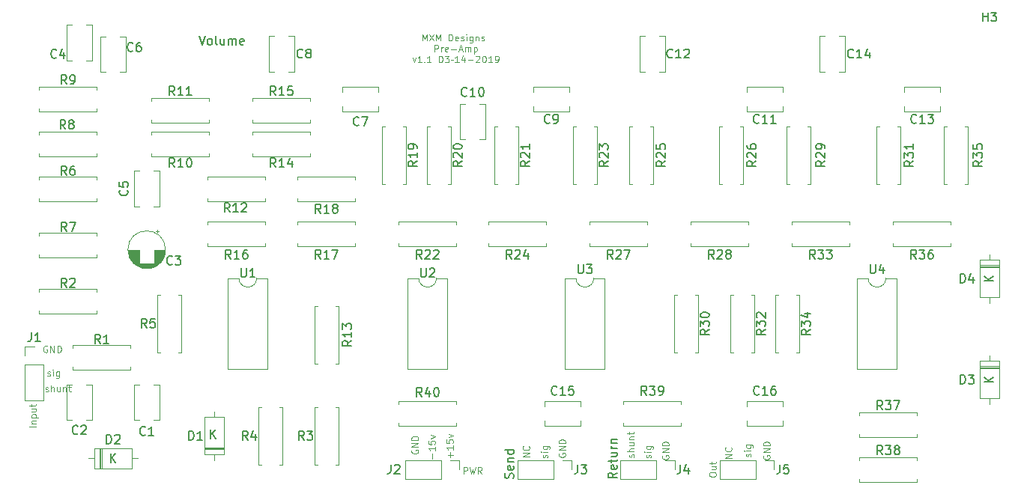
<source format=gbr>
G04 #@! TF.GenerationSoftware,KiCad,Pcbnew,(5.0.2-5-10.14)*
G04 #@! TF.CreationDate,2019-03-15T18:51:59-07:00*
G04 #@! TF.ProjectId,Pre-amp,5072652d-616d-4702-9e6b-696361645f70,rev?*
G04 #@! TF.SameCoordinates,Original*
G04 #@! TF.FileFunction,Legend,Top*
G04 #@! TF.FilePolarity,Positive*
%FSLAX46Y46*%
G04 Gerber Fmt 4.6, Leading zero omitted, Abs format (unit mm)*
G04 Created by KiCad (PCBNEW (5.0.2-5-10.14)) date Friday, March 15, 2019 at 06:51:59 PM*
%MOMM*%
%LPD*%
G01*
G04 APERTURE LIST*
%ADD10C,0.200000*%
%ADD11C,0.100000*%
%ADD12C,0.120000*%
%ADD13C,0.150000*%
G04 APERTURE END LIST*
D10*
X71953761Y-49998380D02*
X72287095Y-50998380D01*
X72620428Y-49998380D01*
X73096619Y-50998380D02*
X73001380Y-50950761D01*
X72953761Y-50903142D01*
X72906142Y-50807904D01*
X72906142Y-50522190D01*
X72953761Y-50426952D01*
X73001380Y-50379333D01*
X73096619Y-50331714D01*
X73239476Y-50331714D01*
X73334714Y-50379333D01*
X73382333Y-50426952D01*
X73429952Y-50522190D01*
X73429952Y-50807904D01*
X73382333Y-50903142D01*
X73334714Y-50950761D01*
X73239476Y-50998380D01*
X73096619Y-50998380D01*
X74001380Y-50998380D02*
X73906142Y-50950761D01*
X73858523Y-50855523D01*
X73858523Y-49998380D01*
X74810904Y-50331714D02*
X74810904Y-50998380D01*
X74382333Y-50331714D02*
X74382333Y-50855523D01*
X74429952Y-50950761D01*
X74525190Y-50998380D01*
X74668047Y-50998380D01*
X74763285Y-50950761D01*
X74810904Y-50903142D01*
X75287095Y-50998380D02*
X75287095Y-50331714D01*
X75287095Y-50426952D02*
X75334714Y-50379333D01*
X75429952Y-50331714D01*
X75572809Y-50331714D01*
X75668047Y-50379333D01*
X75715666Y-50474571D01*
X75715666Y-50998380D01*
X75715666Y-50474571D02*
X75763285Y-50379333D01*
X75858523Y-50331714D01*
X76001380Y-50331714D01*
X76096619Y-50379333D01*
X76144238Y-50474571D01*
X76144238Y-50998380D01*
X77001380Y-50950761D02*
X76906142Y-50998380D01*
X76715666Y-50998380D01*
X76620428Y-50950761D01*
X76572809Y-50855523D01*
X76572809Y-50474571D01*
X76620428Y-50379333D01*
X76715666Y-50331714D01*
X76906142Y-50331714D01*
X77001380Y-50379333D01*
X77049000Y-50474571D01*
X77049000Y-50569809D01*
X76572809Y-50665047D01*
D11*
X54614142Y-90219571D02*
X54685571Y-90255285D01*
X54828428Y-90255285D01*
X54899857Y-90219571D01*
X54935571Y-90148142D01*
X54935571Y-90112428D01*
X54899857Y-90041000D01*
X54828428Y-90005285D01*
X54721285Y-90005285D01*
X54649857Y-89969571D01*
X54614142Y-89898142D01*
X54614142Y-89862428D01*
X54649857Y-89791000D01*
X54721285Y-89755285D01*
X54828428Y-89755285D01*
X54899857Y-89791000D01*
X55257000Y-90255285D02*
X55257000Y-89505285D01*
X55578428Y-90255285D02*
X55578428Y-89862428D01*
X55542714Y-89791000D01*
X55471285Y-89755285D01*
X55364142Y-89755285D01*
X55292714Y-89791000D01*
X55257000Y-89826714D01*
X56257000Y-89755285D02*
X56257000Y-90255285D01*
X55935571Y-89755285D02*
X55935571Y-90148142D01*
X55971285Y-90219571D01*
X56042714Y-90255285D01*
X56149857Y-90255285D01*
X56221285Y-90219571D01*
X56257000Y-90183857D01*
X56614142Y-89755285D02*
X56614142Y-90255285D01*
X56614142Y-89826714D02*
X56649857Y-89791000D01*
X56721285Y-89755285D01*
X56828428Y-89755285D01*
X56899857Y-89791000D01*
X56935571Y-89862428D01*
X56935571Y-90255285D01*
X57185571Y-89755285D02*
X57471285Y-89755285D01*
X57292714Y-89505285D02*
X57292714Y-90148142D01*
X57328428Y-90219571D01*
X57399857Y-90255285D01*
X57471285Y-90255285D01*
X54820428Y-88441571D02*
X54891857Y-88477285D01*
X55034714Y-88477285D01*
X55106142Y-88441571D01*
X55141857Y-88370142D01*
X55141857Y-88334428D01*
X55106142Y-88263000D01*
X55034714Y-88227285D01*
X54927571Y-88227285D01*
X54856142Y-88191571D01*
X54820428Y-88120142D01*
X54820428Y-88084428D01*
X54856142Y-88013000D01*
X54927571Y-87977285D01*
X55034714Y-87977285D01*
X55106142Y-88013000D01*
X55463285Y-88477285D02*
X55463285Y-87977285D01*
X55463285Y-87727285D02*
X55427571Y-87763000D01*
X55463285Y-87798714D01*
X55499000Y-87763000D01*
X55463285Y-87727285D01*
X55463285Y-87798714D01*
X56141857Y-87977285D02*
X56141857Y-88584428D01*
X56106142Y-88655857D01*
X56070428Y-88691571D01*
X55999000Y-88727285D01*
X55891857Y-88727285D01*
X55820428Y-88691571D01*
X56141857Y-88441571D02*
X56070428Y-88477285D01*
X55927571Y-88477285D01*
X55856142Y-88441571D01*
X55820428Y-88405857D01*
X55784714Y-88334428D01*
X55784714Y-88120142D01*
X55820428Y-88048714D01*
X55856142Y-88013000D01*
X55927571Y-87977285D01*
X56070428Y-87977285D01*
X56141857Y-88013000D01*
X54800571Y-85096000D02*
X54729142Y-85060285D01*
X54622000Y-85060285D01*
X54514857Y-85096000D01*
X54443428Y-85167428D01*
X54407714Y-85238857D01*
X54372000Y-85381714D01*
X54372000Y-85488857D01*
X54407714Y-85631714D01*
X54443428Y-85703142D01*
X54514857Y-85774571D01*
X54622000Y-85810285D01*
X54693428Y-85810285D01*
X54800571Y-85774571D01*
X54836285Y-85738857D01*
X54836285Y-85488857D01*
X54693428Y-85488857D01*
X55157714Y-85810285D02*
X55157714Y-85060285D01*
X55586285Y-85810285D01*
X55586285Y-85060285D01*
X55943428Y-85810285D02*
X55943428Y-85060285D01*
X56122000Y-85060285D01*
X56229142Y-85096000D01*
X56300571Y-85167428D01*
X56336285Y-85238857D01*
X56372000Y-85381714D01*
X56372000Y-85488857D01*
X56336285Y-85631714D01*
X56300571Y-85703142D01*
X56229142Y-85774571D01*
X56122000Y-85810285D01*
X55943428Y-85810285D01*
X53552285Y-94196142D02*
X52802285Y-94196142D01*
X53052285Y-93839000D02*
X53552285Y-93839000D01*
X53123714Y-93839000D02*
X53088000Y-93803285D01*
X53052285Y-93731857D01*
X53052285Y-93624714D01*
X53088000Y-93553285D01*
X53159428Y-93517571D01*
X53552285Y-93517571D01*
X53052285Y-93160428D02*
X53802285Y-93160428D01*
X53088000Y-93160428D02*
X53052285Y-93089000D01*
X53052285Y-92946142D01*
X53088000Y-92874714D01*
X53123714Y-92839000D01*
X53195142Y-92803285D01*
X53409428Y-92803285D01*
X53480857Y-92839000D01*
X53516571Y-92874714D01*
X53552285Y-92946142D01*
X53552285Y-93089000D01*
X53516571Y-93160428D01*
X53052285Y-92160428D02*
X53552285Y-92160428D01*
X53052285Y-92481857D02*
X53445142Y-92481857D01*
X53516571Y-92446142D01*
X53552285Y-92374714D01*
X53552285Y-92267571D01*
X53516571Y-92196142D01*
X53480857Y-92160428D01*
X53052285Y-91910428D02*
X53052285Y-91624714D01*
X52802285Y-91803285D02*
X53445142Y-91803285D01*
X53516571Y-91767571D01*
X53552285Y-91696142D01*
X53552285Y-91624714D01*
X121080571Y-97658857D02*
X121116285Y-97587428D01*
X121116285Y-97444571D01*
X121080571Y-97373142D01*
X121009142Y-97337428D01*
X120973428Y-97337428D01*
X120902000Y-97373142D01*
X120866285Y-97444571D01*
X120866285Y-97551714D01*
X120830571Y-97623142D01*
X120759142Y-97658857D01*
X120723428Y-97658857D01*
X120652000Y-97623142D01*
X120616285Y-97551714D01*
X120616285Y-97444571D01*
X120652000Y-97373142D01*
X121116285Y-97016000D02*
X120366285Y-97016000D01*
X121116285Y-96694571D02*
X120723428Y-96694571D01*
X120652000Y-96730285D01*
X120616285Y-96801714D01*
X120616285Y-96908857D01*
X120652000Y-96980285D01*
X120687714Y-97016000D01*
X120616285Y-96016000D02*
X121116285Y-96016000D01*
X120616285Y-96337428D02*
X121009142Y-96337428D01*
X121080571Y-96301714D01*
X121116285Y-96230285D01*
X121116285Y-96123142D01*
X121080571Y-96051714D01*
X121044857Y-96016000D01*
X120616285Y-95658857D02*
X121116285Y-95658857D01*
X120687714Y-95658857D02*
X120652000Y-95623142D01*
X120616285Y-95551714D01*
X120616285Y-95444571D01*
X120652000Y-95373142D01*
X120723428Y-95337428D01*
X121116285Y-95337428D01*
X120616285Y-95087428D02*
X120616285Y-94801714D01*
X120366285Y-94980285D02*
X121009142Y-94980285D01*
X121080571Y-94944571D01*
X121116285Y-94873142D01*
X121116285Y-94801714D01*
X122985571Y-97706571D02*
X123021285Y-97635142D01*
X123021285Y-97492285D01*
X122985571Y-97420857D01*
X122914142Y-97385142D01*
X122878428Y-97385142D01*
X122807000Y-97420857D01*
X122771285Y-97492285D01*
X122771285Y-97599428D01*
X122735571Y-97670857D01*
X122664142Y-97706571D01*
X122628428Y-97706571D01*
X122557000Y-97670857D01*
X122521285Y-97599428D01*
X122521285Y-97492285D01*
X122557000Y-97420857D01*
X123021285Y-97063714D02*
X122521285Y-97063714D01*
X122271285Y-97063714D02*
X122307000Y-97099428D01*
X122342714Y-97063714D01*
X122307000Y-97028000D01*
X122271285Y-97063714D01*
X122342714Y-97063714D01*
X122521285Y-96385142D02*
X123128428Y-96385142D01*
X123199857Y-96420857D01*
X123235571Y-96456571D01*
X123271285Y-96528000D01*
X123271285Y-96635142D01*
X123235571Y-96706571D01*
X122985571Y-96385142D02*
X123021285Y-96456571D01*
X123021285Y-96599428D01*
X122985571Y-96670857D01*
X122949857Y-96706571D01*
X122878428Y-96742285D01*
X122664142Y-96742285D01*
X122592714Y-96706571D01*
X122557000Y-96670857D01*
X122521285Y-96599428D01*
X122521285Y-96456571D01*
X122557000Y-96385142D01*
X111301571Y-97706571D02*
X111337285Y-97635142D01*
X111337285Y-97492285D01*
X111301571Y-97420857D01*
X111230142Y-97385142D01*
X111194428Y-97385142D01*
X111123000Y-97420857D01*
X111087285Y-97492285D01*
X111087285Y-97599428D01*
X111051571Y-97670857D01*
X110980142Y-97706571D01*
X110944428Y-97706571D01*
X110873000Y-97670857D01*
X110837285Y-97599428D01*
X110837285Y-97492285D01*
X110873000Y-97420857D01*
X111337285Y-97063714D02*
X110837285Y-97063714D01*
X110587285Y-97063714D02*
X110623000Y-97099428D01*
X110658714Y-97063714D01*
X110623000Y-97028000D01*
X110587285Y-97063714D01*
X110658714Y-97063714D01*
X110837285Y-96385142D02*
X111444428Y-96385142D01*
X111515857Y-96420857D01*
X111551571Y-96456571D01*
X111587285Y-96528000D01*
X111587285Y-96635142D01*
X111551571Y-96706571D01*
X111301571Y-96385142D02*
X111337285Y-96456571D01*
X111337285Y-96599428D01*
X111301571Y-96670857D01*
X111265857Y-96706571D01*
X111194428Y-96742285D01*
X110980142Y-96742285D01*
X110908714Y-96706571D01*
X110873000Y-96670857D01*
X110837285Y-96599428D01*
X110837285Y-96456571D01*
X110873000Y-96385142D01*
X109305285Y-97617285D02*
X108555285Y-97617285D01*
X109305285Y-97188714D01*
X108555285Y-97188714D01*
X109233857Y-96403000D02*
X109269571Y-96438714D01*
X109305285Y-96545857D01*
X109305285Y-96617285D01*
X109269571Y-96724428D01*
X109198142Y-96795857D01*
X109126714Y-96831571D01*
X108983857Y-96867285D01*
X108876714Y-96867285D01*
X108733857Y-96831571D01*
X108662428Y-96795857D01*
X108591000Y-96724428D01*
X108555285Y-96617285D01*
X108555285Y-96545857D01*
X108591000Y-96438714D01*
X108626714Y-96403000D01*
X112655000Y-97218428D02*
X112619285Y-97289857D01*
X112619285Y-97397000D01*
X112655000Y-97504142D01*
X112726428Y-97575571D01*
X112797857Y-97611285D01*
X112940714Y-97647000D01*
X113047857Y-97647000D01*
X113190714Y-97611285D01*
X113262142Y-97575571D01*
X113333571Y-97504142D01*
X113369285Y-97397000D01*
X113369285Y-97325571D01*
X113333571Y-97218428D01*
X113297857Y-97182714D01*
X113047857Y-97182714D01*
X113047857Y-97325571D01*
X113369285Y-96861285D02*
X112619285Y-96861285D01*
X113369285Y-96432714D01*
X112619285Y-96432714D01*
X113369285Y-96075571D02*
X112619285Y-96075571D01*
X112619285Y-95897000D01*
X112655000Y-95789857D01*
X112726428Y-95718428D01*
X112797857Y-95682714D01*
X112940714Y-95647000D01*
X113047857Y-95647000D01*
X113190714Y-95682714D01*
X113262142Y-95718428D01*
X113333571Y-95789857D01*
X113369285Y-95897000D01*
X113369285Y-96075571D01*
X124339000Y-97472428D02*
X124303285Y-97543857D01*
X124303285Y-97651000D01*
X124339000Y-97758142D01*
X124410428Y-97829571D01*
X124481857Y-97865285D01*
X124624714Y-97901000D01*
X124731857Y-97901000D01*
X124874714Y-97865285D01*
X124946142Y-97829571D01*
X125017571Y-97758142D01*
X125053285Y-97651000D01*
X125053285Y-97579571D01*
X125017571Y-97472428D01*
X124981857Y-97436714D01*
X124731857Y-97436714D01*
X124731857Y-97579571D01*
X125053285Y-97115285D02*
X124303285Y-97115285D01*
X125053285Y-96686714D01*
X124303285Y-96686714D01*
X125053285Y-96329571D02*
X124303285Y-96329571D01*
X124303285Y-96151000D01*
X124339000Y-96043857D01*
X124410428Y-95972428D01*
X124481857Y-95936714D01*
X124624714Y-95901000D01*
X124731857Y-95901000D01*
X124874714Y-95936714D01*
X124946142Y-95972428D01*
X125017571Y-96043857D01*
X125053285Y-96151000D01*
X125053285Y-96329571D01*
X129637285Y-99685000D02*
X129637285Y-99542142D01*
X129673000Y-99470714D01*
X129744428Y-99399285D01*
X129887285Y-99363571D01*
X130137285Y-99363571D01*
X130280142Y-99399285D01*
X130351571Y-99470714D01*
X130387285Y-99542142D01*
X130387285Y-99685000D01*
X130351571Y-99756428D01*
X130280142Y-99827857D01*
X130137285Y-99863571D01*
X129887285Y-99863571D01*
X129744428Y-99827857D01*
X129673000Y-99756428D01*
X129637285Y-99685000D01*
X129887285Y-98720714D02*
X130387285Y-98720714D01*
X129887285Y-99042142D02*
X130280142Y-99042142D01*
X130351571Y-99006428D01*
X130387285Y-98935000D01*
X130387285Y-98827857D01*
X130351571Y-98756428D01*
X130315857Y-98720714D01*
X129887285Y-98470714D02*
X129887285Y-98185000D01*
X129637285Y-98363571D02*
X130280142Y-98363571D01*
X130351571Y-98327857D01*
X130387285Y-98256428D01*
X130387285Y-98185000D01*
X100383571Y-97678714D02*
X100383571Y-97107285D01*
X100669285Y-97393000D02*
X100097857Y-97393000D01*
X100669285Y-96357285D02*
X100669285Y-96785857D01*
X100669285Y-96571571D02*
X99919285Y-96571571D01*
X100026428Y-96643000D01*
X100097857Y-96714428D01*
X100133571Y-96785857D01*
X99919285Y-95678714D02*
X99919285Y-96035857D01*
X100276428Y-96071571D01*
X100240714Y-96035857D01*
X100205000Y-95964428D01*
X100205000Y-95785857D01*
X100240714Y-95714428D01*
X100276428Y-95678714D01*
X100347857Y-95643000D01*
X100526428Y-95643000D01*
X100597857Y-95678714D01*
X100633571Y-95714428D01*
X100669285Y-95785857D01*
X100669285Y-95964428D01*
X100633571Y-96035857D01*
X100597857Y-96071571D01*
X100169285Y-95393000D02*
X100669285Y-95214428D01*
X100169285Y-95035857D01*
X98351571Y-97805714D02*
X98351571Y-97234285D01*
X98637285Y-96484285D02*
X98637285Y-96912857D01*
X98637285Y-96698571D02*
X97887285Y-96698571D01*
X97994428Y-96770000D01*
X98065857Y-96841428D01*
X98101571Y-96912857D01*
X97887285Y-95805714D02*
X97887285Y-96162857D01*
X98244428Y-96198571D01*
X98208714Y-96162857D01*
X98173000Y-96091428D01*
X98173000Y-95912857D01*
X98208714Y-95841428D01*
X98244428Y-95805714D01*
X98315857Y-95770000D01*
X98494428Y-95770000D01*
X98565857Y-95805714D01*
X98601571Y-95841428D01*
X98637285Y-95912857D01*
X98637285Y-96091428D01*
X98601571Y-96162857D01*
X98565857Y-96198571D01*
X98137285Y-95520000D02*
X98637285Y-95341428D01*
X98137285Y-95162857D01*
X96018000Y-96837428D02*
X95982285Y-96908857D01*
X95982285Y-97016000D01*
X96018000Y-97123142D01*
X96089428Y-97194571D01*
X96160857Y-97230285D01*
X96303714Y-97266000D01*
X96410857Y-97266000D01*
X96553714Y-97230285D01*
X96625142Y-97194571D01*
X96696571Y-97123142D01*
X96732285Y-97016000D01*
X96732285Y-96944571D01*
X96696571Y-96837428D01*
X96660857Y-96801714D01*
X96410857Y-96801714D01*
X96410857Y-96944571D01*
X96732285Y-96480285D02*
X95982285Y-96480285D01*
X96732285Y-96051714D01*
X95982285Y-96051714D01*
X96732285Y-95694571D02*
X95982285Y-95694571D01*
X95982285Y-95516000D01*
X96018000Y-95408857D01*
X96089428Y-95337428D01*
X96160857Y-95301714D01*
X96303714Y-95266000D01*
X96410857Y-95266000D01*
X96553714Y-95301714D01*
X96625142Y-95337428D01*
X96696571Y-95408857D01*
X96732285Y-95516000D01*
X96732285Y-95694571D01*
X132165285Y-97744285D02*
X131415285Y-97744285D01*
X132165285Y-97315714D01*
X131415285Y-97315714D01*
X132093857Y-96530000D02*
X132129571Y-96565714D01*
X132165285Y-96672857D01*
X132165285Y-96744285D01*
X132129571Y-96851428D01*
X132058142Y-96922857D01*
X131986714Y-96958571D01*
X131843857Y-96994285D01*
X131736714Y-96994285D01*
X131593857Y-96958571D01*
X131522428Y-96922857D01*
X131451000Y-96851428D01*
X131415285Y-96744285D01*
X131415285Y-96672857D01*
X131451000Y-96565714D01*
X131486714Y-96530000D01*
X135769000Y-97472428D02*
X135733285Y-97543857D01*
X135733285Y-97651000D01*
X135769000Y-97758142D01*
X135840428Y-97829571D01*
X135911857Y-97865285D01*
X136054714Y-97901000D01*
X136161857Y-97901000D01*
X136304714Y-97865285D01*
X136376142Y-97829571D01*
X136447571Y-97758142D01*
X136483285Y-97651000D01*
X136483285Y-97579571D01*
X136447571Y-97472428D01*
X136411857Y-97436714D01*
X136161857Y-97436714D01*
X136161857Y-97579571D01*
X136483285Y-97115285D02*
X135733285Y-97115285D01*
X136483285Y-96686714D01*
X135733285Y-96686714D01*
X136483285Y-96329571D02*
X135733285Y-96329571D01*
X135733285Y-96151000D01*
X135769000Y-96043857D01*
X135840428Y-95972428D01*
X135911857Y-95936714D01*
X136054714Y-95901000D01*
X136161857Y-95901000D01*
X136304714Y-95936714D01*
X136376142Y-95972428D01*
X136447571Y-96043857D01*
X136483285Y-96151000D01*
X136483285Y-96329571D01*
X134288571Y-97579571D02*
X134324285Y-97508142D01*
X134324285Y-97365285D01*
X134288571Y-97293857D01*
X134217142Y-97258142D01*
X134181428Y-97258142D01*
X134110000Y-97293857D01*
X134074285Y-97365285D01*
X134074285Y-97472428D01*
X134038571Y-97543857D01*
X133967142Y-97579571D01*
X133931428Y-97579571D01*
X133860000Y-97543857D01*
X133824285Y-97472428D01*
X133824285Y-97365285D01*
X133860000Y-97293857D01*
X134324285Y-96936714D02*
X133824285Y-96936714D01*
X133574285Y-96936714D02*
X133610000Y-96972428D01*
X133645714Y-96936714D01*
X133610000Y-96901000D01*
X133574285Y-96936714D01*
X133645714Y-96936714D01*
X133824285Y-96258142D02*
X134431428Y-96258142D01*
X134502857Y-96293857D01*
X134538571Y-96329571D01*
X134574285Y-96401000D01*
X134574285Y-96508142D01*
X134538571Y-96579571D01*
X134288571Y-96258142D02*
X134324285Y-96329571D01*
X134324285Y-96472428D01*
X134288571Y-96543857D01*
X134252857Y-96579571D01*
X134181428Y-96615285D01*
X133967142Y-96615285D01*
X133895714Y-96579571D01*
X133860000Y-96543857D01*
X133824285Y-96472428D01*
X133824285Y-96329571D01*
X133860000Y-96258142D01*
X97197142Y-50549285D02*
X97197142Y-49799285D01*
X97447142Y-50335000D01*
X97697142Y-49799285D01*
X97697142Y-50549285D01*
X97982857Y-49799285D02*
X98482857Y-50549285D01*
X98482857Y-49799285D02*
X97982857Y-50549285D01*
X98768571Y-50549285D02*
X98768571Y-49799285D01*
X99018571Y-50335000D01*
X99268571Y-49799285D01*
X99268571Y-50549285D01*
X100197142Y-50549285D02*
X100197142Y-49799285D01*
X100375714Y-49799285D01*
X100482857Y-49835000D01*
X100554285Y-49906428D01*
X100590000Y-49977857D01*
X100625714Y-50120714D01*
X100625714Y-50227857D01*
X100590000Y-50370714D01*
X100554285Y-50442142D01*
X100482857Y-50513571D01*
X100375714Y-50549285D01*
X100197142Y-50549285D01*
X101232857Y-50513571D02*
X101161428Y-50549285D01*
X101018571Y-50549285D01*
X100947142Y-50513571D01*
X100911428Y-50442142D01*
X100911428Y-50156428D01*
X100947142Y-50085000D01*
X101018571Y-50049285D01*
X101161428Y-50049285D01*
X101232857Y-50085000D01*
X101268571Y-50156428D01*
X101268571Y-50227857D01*
X100911428Y-50299285D01*
X101554285Y-50513571D02*
X101625714Y-50549285D01*
X101768571Y-50549285D01*
X101840000Y-50513571D01*
X101875714Y-50442142D01*
X101875714Y-50406428D01*
X101840000Y-50335000D01*
X101768571Y-50299285D01*
X101661428Y-50299285D01*
X101590000Y-50263571D01*
X101554285Y-50192142D01*
X101554285Y-50156428D01*
X101590000Y-50085000D01*
X101661428Y-50049285D01*
X101768571Y-50049285D01*
X101840000Y-50085000D01*
X102197142Y-50549285D02*
X102197142Y-50049285D01*
X102197142Y-49799285D02*
X102161428Y-49835000D01*
X102197142Y-49870714D01*
X102232857Y-49835000D01*
X102197142Y-49799285D01*
X102197142Y-49870714D01*
X102875714Y-50049285D02*
X102875714Y-50656428D01*
X102840000Y-50727857D01*
X102804285Y-50763571D01*
X102732857Y-50799285D01*
X102625714Y-50799285D01*
X102554285Y-50763571D01*
X102875714Y-50513571D02*
X102804285Y-50549285D01*
X102661428Y-50549285D01*
X102590000Y-50513571D01*
X102554285Y-50477857D01*
X102518571Y-50406428D01*
X102518571Y-50192142D01*
X102554285Y-50120714D01*
X102590000Y-50085000D01*
X102661428Y-50049285D01*
X102804285Y-50049285D01*
X102875714Y-50085000D01*
X103232857Y-50049285D02*
X103232857Y-50549285D01*
X103232857Y-50120714D02*
X103268571Y-50085000D01*
X103340000Y-50049285D01*
X103447142Y-50049285D01*
X103518571Y-50085000D01*
X103554285Y-50156428D01*
X103554285Y-50549285D01*
X103875714Y-50513571D02*
X103947142Y-50549285D01*
X104090000Y-50549285D01*
X104161428Y-50513571D01*
X104197142Y-50442142D01*
X104197142Y-50406428D01*
X104161428Y-50335000D01*
X104090000Y-50299285D01*
X103982857Y-50299285D01*
X103911428Y-50263571D01*
X103875714Y-50192142D01*
X103875714Y-50156428D01*
X103911428Y-50085000D01*
X103982857Y-50049285D01*
X104090000Y-50049285D01*
X104161428Y-50085000D01*
X98590000Y-51774285D02*
X98590000Y-51024285D01*
X98875714Y-51024285D01*
X98947142Y-51060000D01*
X98982857Y-51095714D01*
X99018571Y-51167142D01*
X99018571Y-51274285D01*
X98982857Y-51345714D01*
X98947142Y-51381428D01*
X98875714Y-51417142D01*
X98590000Y-51417142D01*
X99340000Y-51774285D02*
X99340000Y-51274285D01*
X99340000Y-51417142D02*
X99375714Y-51345714D01*
X99411428Y-51310000D01*
X99482857Y-51274285D01*
X99554285Y-51274285D01*
X100090000Y-51738571D02*
X100018571Y-51774285D01*
X99875714Y-51774285D01*
X99804285Y-51738571D01*
X99768571Y-51667142D01*
X99768571Y-51381428D01*
X99804285Y-51310000D01*
X99875714Y-51274285D01*
X100018571Y-51274285D01*
X100090000Y-51310000D01*
X100125714Y-51381428D01*
X100125714Y-51452857D01*
X99768571Y-51524285D01*
X100447142Y-51488571D02*
X101018571Y-51488571D01*
X101340000Y-51560000D02*
X101697142Y-51560000D01*
X101268571Y-51774285D02*
X101518571Y-51024285D01*
X101768571Y-51774285D01*
X102018571Y-51774285D02*
X102018571Y-51274285D01*
X102018571Y-51345714D02*
X102054285Y-51310000D01*
X102125714Y-51274285D01*
X102232857Y-51274285D01*
X102304285Y-51310000D01*
X102340000Y-51381428D01*
X102340000Y-51774285D01*
X102340000Y-51381428D02*
X102375714Y-51310000D01*
X102447142Y-51274285D01*
X102554285Y-51274285D01*
X102625714Y-51310000D01*
X102661428Y-51381428D01*
X102661428Y-51774285D01*
X103018571Y-51274285D02*
X103018571Y-52024285D01*
X103018571Y-51310000D02*
X103090000Y-51274285D01*
X103232857Y-51274285D01*
X103304285Y-51310000D01*
X103340000Y-51345714D01*
X103375714Y-51417142D01*
X103375714Y-51631428D01*
X103340000Y-51702857D01*
X103304285Y-51738571D01*
X103232857Y-51774285D01*
X103090000Y-51774285D01*
X103018571Y-51738571D01*
X96072142Y-52499285D02*
X96250714Y-52999285D01*
X96429285Y-52499285D01*
X97107857Y-52999285D02*
X96679285Y-52999285D01*
X96893571Y-52999285D02*
X96893571Y-52249285D01*
X96822142Y-52356428D01*
X96750714Y-52427857D01*
X96679285Y-52463571D01*
X97429285Y-52927857D02*
X97465000Y-52963571D01*
X97429285Y-52999285D01*
X97393571Y-52963571D01*
X97429285Y-52927857D01*
X97429285Y-52999285D01*
X98179285Y-52999285D02*
X97750714Y-52999285D01*
X97965000Y-52999285D02*
X97965000Y-52249285D01*
X97893571Y-52356428D01*
X97822142Y-52427857D01*
X97750714Y-52463571D01*
X99215000Y-52249285D02*
X99286428Y-52249285D01*
X99357857Y-52285000D01*
X99393571Y-52320714D01*
X99429285Y-52392142D01*
X99465000Y-52535000D01*
X99465000Y-52713571D01*
X99429285Y-52856428D01*
X99393571Y-52927857D01*
X99357857Y-52963571D01*
X99286428Y-52999285D01*
X99215000Y-52999285D01*
X99143571Y-52963571D01*
X99107857Y-52927857D01*
X99072142Y-52856428D01*
X99036428Y-52713571D01*
X99036428Y-52535000D01*
X99072142Y-52392142D01*
X99107857Y-52320714D01*
X99143571Y-52285000D01*
X99215000Y-52249285D01*
X99715000Y-52249285D02*
X100179285Y-52249285D01*
X99929285Y-52535000D01*
X100036428Y-52535000D01*
X100107857Y-52570714D01*
X100143571Y-52606428D01*
X100179285Y-52677857D01*
X100179285Y-52856428D01*
X100143571Y-52927857D01*
X100107857Y-52963571D01*
X100036428Y-52999285D01*
X99822142Y-52999285D01*
X99750714Y-52963571D01*
X99715000Y-52927857D01*
X100679285Y-52749285D02*
X100393571Y-52749285D01*
X101322142Y-52999285D02*
X100893571Y-52999285D01*
X101107857Y-52999285D02*
X101107857Y-52249285D01*
X101036428Y-52356428D01*
X100965000Y-52427857D01*
X100893571Y-52463571D01*
X101965000Y-52499285D02*
X101965000Y-52999285D01*
X101786428Y-52213571D02*
X101607857Y-52749285D01*
X102072142Y-52749285D01*
X102357857Y-52713571D02*
X102929285Y-52713571D01*
X103250714Y-52320714D02*
X103286428Y-52285000D01*
X103357857Y-52249285D01*
X103536428Y-52249285D01*
X103607857Y-52285000D01*
X103643571Y-52320714D01*
X103679285Y-52392142D01*
X103679285Y-52463571D01*
X103643571Y-52570714D01*
X103215000Y-52999285D01*
X103679285Y-52999285D01*
X104143571Y-52249285D02*
X104215000Y-52249285D01*
X104286428Y-52285000D01*
X104322142Y-52320714D01*
X104357857Y-52392142D01*
X104393571Y-52535000D01*
X104393571Y-52713571D01*
X104357857Y-52856428D01*
X104322142Y-52927857D01*
X104286428Y-52963571D01*
X104215000Y-52999285D01*
X104143571Y-52999285D01*
X104072142Y-52963571D01*
X104036428Y-52927857D01*
X104000714Y-52856428D01*
X103965000Y-52713571D01*
X103965000Y-52535000D01*
X104000714Y-52392142D01*
X104036428Y-52320714D01*
X104072142Y-52285000D01*
X104143571Y-52249285D01*
X105107857Y-52999285D02*
X104679285Y-52999285D01*
X104893571Y-52999285D02*
X104893571Y-52249285D01*
X104822142Y-52356428D01*
X104750714Y-52427857D01*
X104679285Y-52463571D01*
X105465000Y-52999285D02*
X105607857Y-52999285D01*
X105679285Y-52963571D01*
X105715000Y-52927857D01*
X105786428Y-52820714D01*
X105822142Y-52677857D01*
X105822142Y-52392142D01*
X105786428Y-52320714D01*
X105750714Y-52285000D01*
X105679285Y-52249285D01*
X105536428Y-52249285D01*
X105465000Y-52285000D01*
X105429285Y-52320714D01*
X105393571Y-52392142D01*
X105393571Y-52570714D01*
X105429285Y-52642142D01*
X105465000Y-52677857D01*
X105536428Y-52713571D01*
X105679285Y-52713571D01*
X105750714Y-52677857D01*
X105786428Y-52642142D01*
X105822142Y-52570714D01*
X101870000Y-99526285D02*
X101870000Y-98776285D01*
X102155714Y-98776285D01*
X102227142Y-98812000D01*
X102262857Y-98847714D01*
X102298571Y-98919142D01*
X102298571Y-99026285D01*
X102262857Y-99097714D01*
X102227142Y-99133428D01*
X102155714Y-99169142D01*
X101870000Y-99169142D01*
X102548571Y-98776285D02*
X102727142Y-99526285D01*
X102870000Y-98990571D01*
X103012857Y-99526285D01*
X103191428Y-98776285D01*
X103905714Y-99526285D02*
X103655714Y-99169142D01*
X103477142Y-99526285D02*
X103477142Y-98776285D01*
X103762857Y-98776285D01*
X103834285Y-98812000D01*
X103870000Y-98847714D01*
X103905714Y-98919142D01*
X103905714Y-99026285D01*
X103870000Y-99097714D01*
X103834285Y-99133428D01*
X103762857Y-99169142D01*
X103477142Y-99169142D01*
D12*
G04 #@! TO.C,C1*
X64620000Y-93480000D02*
X64620000Y-89440000D01*
X67460000Y-93480000D02*
X67460000Y-89440000D01*
X64620000Y-93480000D02*
X65245000Y-93480000D01*
X66835000Y-93480000D02*
X67460000Y-93480000D01*
X64620000Y-89440000D02*
X65245000Y-89440000D01*
X66835000Y-89440000D02*
X67460000Y-89440000D01*
G04 #@! TO.C,C2*
X57000000Y-93480000D02*
X57000000Y-89440000D01*
X59840000Y-93480000D02*
X59840000Y-89440000D01*
X57000000Y-93480000D02*
X57625000Y-93480000D01*
X59215000Y-93480000D02*
X59840000Y-93480000D01*
X57000000Y-89440000D02*
X57625000Y-89440000D01*
X59215000Y-89440000D02*
X59840000Y-89440000D01*
G04 #@! TO.C,C3*
X68160000Y-74180000D02*
G75*
G03X68160000Y-74180000I-2120000J0D01*
G01*
X65200000Y-74180000D02*
X63960000Y-74180000D01*
X68120000Y-74180000D02*
X66880000Y-74180000D01*
X65200000Y-74220000D02*
X63960000Y-74220000D01*
X68120000Y-74220000D02*
X66880000Y-74220000D01*
X65200000Y-74260000D02*
X63961000Y-74260000D01*
X68119000Y-74260000D02*
X66880000Y-74260000D01*
X68117000Y-74300000D02*
X66880000Y-74300000D01*
X65200000Y-74300000D02*
X63963000Y-74300000D01*
X68114000Y-74340000D02*
X66880000Y-74340000D01*
X65200000Y-74340000D02*
X63966000Y-74340000D01*
X68111000Y-74380000D02*
X66880000Y-74380000D01*
X65200000Y-74380000D02*
X63969000Y-74380000D01*
X68107000Y-74420000D02*
X66880000Y-74420000D01*
X65200000Y-74420000D02*
X63973000Y-74420000D01*
X68102000Y-74460000D02*
X66880000Y-74460000D01*
X65200000Y-74460000D02*
X63978000Y-74460000D01*
X68096000Y-74500000D02*
X66880000Y-74500000D01*
X65200000Y-74500000D02*
X63984000Y-74500000D01*
X68090000Y-74540000D02*
X66880000Y-74540000D01*
X65200000Y-74540000D02*
X63990000Y-74540000D01*
X68082000Y-74580000D02*
X66880000Y-74580000D01*
X65200000Y-74580000D02*
X63998000Y-74580000D01*
X68074000Y-74620000D02*
X66880000Y-74620000D01*
X65200000Y-74620000D02*
X64006000Y-74620000D01*
X68065000Y-74660000D02*
X66880000Y-74660000D01*
X65200000Y-74660000D02*
X64015000Y-74660000D01*
X68056000Y-74700000D02*
X66880000Y-74700000D01*
X65200000Y-74700000D02*
X64024000Y-74700000D01*
X68045000Y-74740000D02*
X66880000Y-74740000D01*
X65200000Y-74740000D02*
X64035000Y-74740000D01*
X68034000Y-74780000D02*
X66880000Y-74780000D01*
X65200000Y-74780000D02*
X64046000Y-74780000D01*
X68022000Y-74820000D02*
X66880000Y-74820000D01*
X65200000Y-74820000D02*
X64058000Y-74820000D01*
X68008000Y-74860000D02*
X66880000Y-74860000D01*
X65200000Y-74860000D02*
X64072000Y-74860000D01*
X67994000Y-74901000D02*
X66880000Y-74901000D01*
X65200000Y-74901000D02*
X64086000Y-74901000D01*
X67980000Y-74941000D02*
X66880000Y-74941000D01*
X65200000Y-74941000D02*
X64100000Y-74941000D01*
X67964000Y-74981000D02*
X66880000Y-74981000D01*
X65200000Y-74981000D02*
X64116000Y-74981000D01*
X67947000Y-75021000D02*
X66880000Y-75021000D01*
X65200000Y-75021000D02*
X64133000Y-75021000D01*
X67929000Y-75061000D02*
X66880000Y-75061000D01*
X65200000Y-75061000D02*
X64151000Y-75061000D01*
X67910000Y-75101000D02*
X66880000Y-75101000D01*
X65200000Y-75101000D02*
X64170000Y-75101000D01*
X67891000Y-75141000D02*
X66880000Y-75141000D01*
X65200000Y-75141000D02*
X64189000Y-75141000D01*
X67870000Y-75181000D02*
X66880000Y-75181000D01*
X65200000Y-75181000D02*
X64210000Y-75181000D01*
X67848000Y-75221000D02*
X66880000Y-75221000D01*
X65200000Y-75221000D02*
X64232000Y-75221000D01*
X67825000Y-75261000D02*
X66880000Y-75261000D01*
X65200000Y-75261000D02*
X64255000Y-75261000D01*
X67800000Y-75301000D02*
X66880000Y-75301000D01*
X65200000Y-75301000D02*
X64280000Y-75301000D01*
X67775000Y-75341000D02*
X66880000Y-75341000D01*
X65200000Y-75341000D02*
X64305000Y-75341000D01*
X67748000Y-75381000D02*
X66880000Y-75381000D01*
X65200000Y-75381000D02*
X64332000Y-75381000D01*
X67720000Y-75421000D02*
X66880000Y-75421000D01*
X65200000Y-75421000D02*
X64360000Y-75421000D01*
X67690000Y-75461000D02*
X66880000Y-75461000D01*
X65200000Y-75461000D02*
X64390000Y-75461000D01*
X67659000Y-75501000D02*
X66880000Y-75501000D01*
X65200000Y-75501000D02*
X64421000Y-75501000D01*
X67627000Y-75541000D02*
X66880000Y-75541000D01*
X65200000Y-75541000D02*
X64453000Y-75541000D01*
X67592000Y-75581000D02*
X66880000Y-75581000D01*
X65200000Y-75581000D02*
X64488000Y-75581000D01*
X67556000Y-75621000D02*
X66880000Y-75621000D01*
X65200000Y-75621000D02*
X64524000Y-75621000D01*
X67518000Y-75661000D02*
X66880000Y-75661000D01*
X65200000Y-75661000D02*
X64562000Y-75661000D01*
X67478000Y-75701000D02*
X66880000Y-75701000D01*
X65200000Y-75701000D02*
X64602000Y-75701000D01*
X67436000Y-75741000D02*
X66880000Y-75741000D01*
X65200000Y-75741000D02*
X64644000Y-75741000D01*
X67391000Y-75781000D02*
X64689000Y-75781000D01*
X67344000Y-75821000D02*
X64736000Y-75821000D01*
X67294000Y-75861000D02*
X64786000Y-75861000D01*
X67240000Y-75901000D02*
X64840000Y-75901000D01*
X67182000Y-75941000D02*
X64898000Y-75941000D01*
X67120000Y-75981000D02*
X64960000Y-75981000D01*
X67053000Y-76021000D02*
X65027000Y-76021000D01*
X66980000Y-76061000D02*
X65100000Y-76061000D01*
X66899000Y-76101000D02*
X65181000Y-76101000D01*
X66808000Y-76141000D02*
X65272000Y-76141000D01*
X66704000Y-76181000D02*
X65376000Y-76181000D01*
X66577000Y-76221000D02*
X65503000Y-76221000D01*
X66410000Y-76261000D02*
X65670000Y-76261000D01*
X67235000Y-71910199D02*
X67235000Y-72310199D01*
X67435000Y-72110199D02*
X67035000Y-72110199D01*
G04 #@! TO.C,C4*
X57000000Y-52800000D02*
X57000000Y-48760000D01*
X59840000Y-52800000D02*
X59840000Y-48760000D01*
X57000000Y-52800000D02*
X57625000Y-52800000D01*
X59215000Y-52800000D02*
X59840000Y-52800000D01*
X57000000Y-48760000D02*
X57625000Y-48760000D01*
X59215000Y-48760000D02*
X59840000Y-48760000D01*
G04 #@! TO.C,C5*
X66835000Y-65270000D02*
X67460000Y-65270000D01*
X64620000Y-65270000D02*
X65245000Y-65270000D01*
X66835000Y-69310000D02*
X67460000Y-69310000D01*
X64620000Y-69310000D02*
X65245000Y-69310000D01*
X67460000Y-69310000D02*
X67460000Y-65270000D01*
X64620000Y-69310000D02*
X64620000Y-65270000D01*
G04 #@! TO.C,C6*
X63025000Y-50070000D02*
X63650000Y-50070000D01*
X60810000Y-50070000D02*
X61435000Y-50070000D01*
X63025000Y-54110000D02*
X63650000Y-54110000D01*
X60810000Y-54110000D02*
X61435000Y-54110000D01*
X63650000Y-54110000D02*
X63650000Y-50070000D01*
X60810000Y-54110000D02*
X60810000Y-50070000D01*
G04 #@! TO.C,C7*
X92210000Y-58570000D02*
X88170000Y-58570000D01*
X92210000Y-55730000D02*
X88170000Y-55730000D01*
X92210000Y-58570000D02*
X92210000Y-57945000D01*
X92210000Y-56355000D02*
X92210000Y-55730000D01*
X88170000Y-58570000D02*
X88170000Y-57945000D01*
X88170000Y-56355000D02*
X88170000Y-55730000D01*
G04 #@! TO.C,C8*
X80485000Y-54070000D02*
X79860000Y-54070000D01*
X82700000Y-54070000D02*
X82075000Y-54070000D01*
X80485000Y-50030000D02*
X79860000Y-50030000D01*
X82700000Y-50030000D02*
X82075000Y-50030000D01*
X79860000Y-50030000D02*
X79860000Y-54070000D01*
X82700000Y-50030000D02*
X82700000Y-54070000D01*
G04 #@! TO.C,C9*
X109760000Y-56355000D02*
X109760000Y-55730000D01*
X109760000Y-58570000D02*
X109760000Y-57945000D01*
X113800000Y-56355000D02*
X113800000Y-55730000D01*
X113800000Y-58570000D02*
X113800000Y-57945000D01*
X113800000Y-55730000D02*
X109760000Y-55730000D01*
X113800000Y-58570000D02*
X109760000Y-58570000D01*
G04 #@! TO.C,C10*
X104290000Y-57690000D02*
X104290000Y-61730000D01*
X101450000Y-57690000D02*
X101450000Y-61730000D01*
X104290000Y-57690000D02*
X103665000Y-57690000D01*
X102075000Y-57690000D02*
X101450000Y-57690000D01*
X104290000Y-61730000D02*
X103665000Y-61730000D01*
X102075000Y-61730000D02*
X101450000Y-61730000D01*
G04 #@! TO.C,C11*
X133890000Y-56355000D02*
X133890000Y-55730000D01*
X133890000Y-58570000D02*
X133890000Y-57945000D01*
X137930000Y-56355000D02*
X137930000Y-55730000D01*
X137930000Y-58570000D02*
X137930000Y-57945000D01*
X137930000Y-55730000D02*
X133890000Y-55730000D01*
X137930000Y-58570000D02*
X133890000Y-58570000D01*
G04 #@! TO.C,C12*
X124610000Y-50030000D02*
X124610000Y-54070000D01*
X121770000Y-50030000D02*
X121770000Y-54070000D01*
X124610000Y-50030000D02*
X123985000Y-50030000D01*
X122395000Y-50030000D02*
X121770000Y-50030000D01*
X124610000Y-54070000D02*
X123985000Y-54070000D01*
X122395000Y-54070000D02*
X121770000Y-54070000D01*
G04 #@! TO.C,C13*
X155710000Y-58570000D02*
X151670000Y-58570000D01*
X155710000Y-55730000D02*
X151670000Y-55730000D01*
X155710000Y-58570000D02*
X155710000Y-57945000D01*
X155710000Y-56355000D02*
X155710000Y-55730000D01*
X151670000Y-58570000D02*
X151670000Y-57945000D01*
X151670000Y-56355000D02*
X151670000Y-55730000D01*
G04 #@! TO.C,C14*
X142715000Y-54070000D02*
X142090000Y-54070000D01*
X144930000Y-54070000D02*
X144305000Y-54070000D01*
X142715000Y-50030000D02*
X142090000Y-50030000D01*
X144930000Y-50030000D02*
X144305000Y-50030000D01*
X142090000Y-50030000D02*
X142090000Y-54070000D01*
X144930000Y-50030000D02*
X144930000Y-54070000D01*
G04 #@! TO.C,C15*
X115070000Y-94130000D02*
X111030000Y-94130000D01*
X115070000Y-91290000D02*
X111030000Y-91290000D01*
X115070000Y-94130000D02*
X115070000Y-93505000D01*
X115070000Y-91915000D02*
X115070000Y-91290000D01*
X111030000Y-94130000D02*
X111030000Y-93505000D01*
X111030000Y-91915000D02*
X111030000Y-91290000D01*
G04 #@! TO.C,C16*
X137930000Y-93505000D02*
X137930000Y-94130000D01*
X137930000Y-91290000D02*
X137930000Y-91915000D01*
X133890000Y-93505000D02*
X133890000Y-94130000D01*
X133890000Y-91290000D02*
X133890000Y-91915000D01*
X133890000Y-94130000D02*
X137930000Y-94130000D01*
X133890000Y-91290000D02*
X137930000Y-91290000D01*
G04 #@! TO.C,D1*
X72540000Y-96770000D02*
X74780000Y-96770000D01*
X72540000Y-96530000D02*
X74780000Y-96530000D01*
X72540000Y-96650000D02*
X74780000Y-96650000D01*
X73660000Y-92480000D02*
X73660000Y-93130000D01*
X73660000Y-98020000D02*
X73660000Y-97370000D01*
X72540000Y-93130000D02*
X72540000Y-97370000D01*
X74780000Y-93130000D02*
X72540000Y-93130000D01*
X74780000Y-97370000D02*
X74780000Y-93130000D01*
X72540000Y-97370000D02*
X74780000Y-97370000D01*
G04 #@! TO.C,D2*
X60710000Y-96670000D02*
X60710000Y-98910000D01*
X60950000Y-96670000D02*
X60950000Y-98910000D01*
X60830000Y-96670000D02*
X60830000Y-98910000D01*
X65000000Y-97790000D02*
X64350000Y-97790000D01*
X59460000Y-97790000D02*
X60110000Y-97790000D01*
X64350000Y-96670000D02*
X60110000Y-96670000D01*
X64350000Y-98910000D02*
X64350000Y-96670000D01*
X60110000Y-98910000D02*
X64350000Y-98910000D01*
X60110000Y-96670000D02*
X60110000Y-98910000D01*
G04 #@! TO.C,D3*
X162410000Y-86780000D02*
X160170000Y-86780000D01*
X160170000Y-86780000D02*
X160170000Y-91020000D01*
X160170000Y-91020000D02*
X162410000Y-91020000D01*
X162410000Y-91020000D02*
X162410000Y-86780000D01*
X161290000Y-86130000D02*
X161290000Y-86780000D01*
X161290000Y-91670000D02*
X161290000Y-91020000D01*
X162410000Y-87500000D02*
X160170000Y-87500000D01*
X162410000Y-87620000D02*
X160170000Y-87620000D01*
X162410000Y-87380000D02*
X160170000Y-87380000D01*
G04 #@! TO.C,D4*
X162410000Y-75350000D02*
X160170000Y-75350000D01*
X160170000Y-75350000D02*
X160170000Y-79590000D01*
X160170000Y-79590000D02*
X162410000Y-79590000D01*
X162410000Y-79590000D02*
X162410000Y-75350000D01*
X161290000Y-74700000D02*
X161290000Y-75350000D01*
X161290000Y-80240000D02*
X161290000Y-79590000D01*
X162410000Y-76070000D02*
X160170000Y-76070000D01*
X162410000Y-76190000D02*
X160170000Y-76190000D01*
X162410000Y-75950000D02*
X160170000Y-75950000D01*
G04 #@! TO.C,J1*
X52280000Y-85110000D02*
X53340000Y-85110000D01*
X52280000Y-86170000D02*
X52280000Y-85110000D01*
X52280000Y-87170000D02*
X54400000Y-87170000D01*
X54400000Y-87170000D02*
X54400000Y-91230000D01*
X52280000Y-87170000D02*
X52280000Y-91230000D01*
X52280000Y-91230000D02*
X54400000Y-91230000D01*
G04 #@! TO.C,J2*
X95270000Y-98000000D02*
X95270000Y-100120000D01*
X99330000Y-98000000D02*
X95270000Y-98000000D01*
X99330000Y-100120000D02*
X95270000Y-100120000D01*
X99330000Y-98000000D02*
X99330000Y-100120000D01*
X100330000Y-98000000D02*
X101390000Y-98000000D01*
X101390000Y-98000000D02*
X101390000Y-99060000D01*
G04 #@! TO.C,J3*
X107970000Y-98000000D02*
X107970000Y-100120000D01*
X112030000Y-98000000D02*
X107970000Y-98000000D01*
X112030000Y-100120000D02*
X107970000Y-100120000D01*
X112030000Y-98000000D02*
X112030000Y-100120000D01*
X113030000Y-98000000D02*
X114090000Y-98000000D01*
X114090000Y-98000000D02*
X114090000Y-99060000D01*
G04 #@! TO.C,J4*
X119590000Y-98000000D02*
X119590000Y-100120000D01*
X123650000Y-98000000D02*
X119590000Y-98000000D01*
X123650000Y-100120000D02*
X119590000Y-100120000D01*
X123650000Y-98000000D02*
X123650000Y-100120000D01*
X124650000Y-98000000D02*
X125710000Y-98000000D01*
X125710000Y-98000000D02*
X125710000Y-99060000D01*
G04 #@! TO.C,J5*
X136950000Y-98000000D02*
X136950000Y-99060000D01*
X135890000Y-98000000D02*
X136950000Y-98000000D01*
X134890000Y-98000000D02*
X134890000Y-100120000D01*
X134890000Y-100120000D02*
X130830000Y-100120000D01*
X134890000Y-98000000D02*
X130830000Y-98000000D01*
X130830000Y-98000000D02*
X130830000Y-100120000D01*
G04 #@! TO.C,R1*
X57690000Y-84990000D02*
X57690000Y-85320000D01*
X64230000Y-84990000D02*
X57690000Y-84990000D01*
X64230000Y-85320000D02*
X64230000Y-84990000D01*
X57690000Y-87730000D02*
X57690000Y-87400000D01*
X64230000Y-87730000D02*
X57690000Y-87730000D01*
X64230000Y-87400000D02*
X64230000Y-87730000D01*
G04 #@! TO.C,R2*
X60420000Y-81050000D02*
X60420000Y-81380000D01*
X60420000Y-81380000D02*
X53880000Y-81380000D01*
X53880000Y-81380000D02*
X53880000Y-81050000D01*
X60420000Y-78970000D02*
X60420000Y-78640000D01*
X60420000Y-78640000D02*
X53880000Y-78640000D01*
X53880000Y-78640000D02*
X53880000Y-78970000D01*
G04 #@! TO.C,R3*
X85320000Y-98520000D02*
X84990000Y-98520000D01*
X84990000Y-98520000D02*
X84990000Y-91980000D01*
X84990000Y-91980000D02*
X85320000Y-91980000D01*
X87400000Y-98520000D02*
X87730000Y-98520000D01*
X87730000Y-98520000D02*
X87730000Y-91980000D01*
X87730000Y-91980000D02*
X87400000Y-91980000D01*
G04 #@! TO.C,R4*
X78970000Y-98520000D02*
X78640000Y-98520000D01*
X78640000Y-98520000D02*
X78640000Y-91980000D01*
X78640000Y-91980000D02*
X78970000Y-91980000D01*
X81050000Y-98520000D02*
X81380000Y-98520000D01*
X81380000Y-98520000D02*
X81380000Y-91980000D01*
X81380000Y-91980000D02*
X81050000Y-91980000D01*
G04 #@! TO.C,R5*
X69950000Y-79280000D02*
X69620000Y-79280000D01*
X69950000Y-85820000D02*
X69950000Y-79280000D01*
X69620000Y-85820000D02*
X69950000Y-85820000D01*
X67210000Y-79280000D02*
X67540000Y-79280000D01*
X67210000Y-85820000D02*
X67210000Y-79280000D01*
X67540000Y-85820000D02*
X67210000Y-85820000D01*
G04 #@! TO.C,R6*
X60420000Y-68680000D02*
X60420000Y-68350000D01*
X53880000Y-68680000D02*
X60420000Y-68680000D01*
X53880000Y-68350000D02*
X53880000Y-68680000D01*
X60420000Y-65940000D02*
X60420000Y-66270000D01*
X53880000Y-65940000D02*
X60420000Y-65940000D01*
X53880000Y-66270000D02*
X53880000Y-65940000D01*
G04 #@! TO.C,R7*
X60420000Y-75030000D02*
X60420000Y-74700000D01*
X53880000Y-75030000D02*
X60420000Y-75030000D01*
X53880000Y-74700000D02*
X53880000Y-75030000D01*
X60420000Y-72290000D02*
X60420000Y-72620000D01*
X53880000Y-72290000D02*
X60420000Y-72290000D01*
X53880000Y-72620000D02*
X53880000Y-72290000D01*
G04 #@! TO.C,R9*
X60420000Y-58520000D02*
X60420000Y-58190000D01*
X53880000Y-58520000D02*
X60420000Y-58520000D01*
X53880000Y-58190000D02*
X53880000Y-58520000D01*
X60420000Y-55780000D02*
X60420000Y-56110000D01*
X53880000Y-55780000D02*
X60420000Y-55780000D01*
X53880000Y-56110000D02*
X53880000Y-55780000D01*
G04 #@! TO.C,R10*
X66580000Y-61190000D02*
X66580000Y-60860000D01*
X66580000Y-60860000D02*
X73120000Y-60860000D01*
X73120000Y-60860000D02*
X73120000Y-61190000D01*
X66580000Y-63270000D02*
X66580000Y-63600000D01*
X66580000Y-63600000D02*
X73120000Y-63600000D01*
X73120000Y-63600000D02*
X73120000Y-63270000D01*
G04 #@! TO.C,R11*
X73120000Y-59460000D02*
X73120000Y-59790000D01*
X73120000Y-59790000D02*
X66580000Y-59790000D01*
X66580000Y-59790000D02*
X66580000Y-59460000D01*
X73120000Y-57380000D02*
X73120000Y-57050000D01*
X73120000Y-57050000D02*
X66580000Y-57050000D01*
X66580000Y-57050000D02*
X66580000Y-57380000D01*
G04 #@! TO.C,R12*
X72930000Y-66270000D02*
X72930000Y-65940000D01*
X72930000Y-65940000D02*
X79470000Y-65940000D01*
X79470000Y-65940000D02*
X79470000Y-66270000D01*
X72930000Y-68350000D02*
X72930000Y-68680000D01*
X72930000Y-68680000D02*
X79470000Y-68680000D01*
X79470000Y-68680000D02*
X79470000Y-68350000D01*
G04 #@! TO.C,R13*
X84990000Y-87090000D02*
X85320000Y-87090000D01*
X84990000Y-80550000D02*
X84990000Y-87090000D01*
X85320000Y-80550000D02*
X84990000Y-80550000D01*
X87730000Y-87090000D02*
X87400000Y-87090000D01*
X87730000Y-80550000D02*
X87730000Y-87090000D01*
X87400000Y-80550000D02*
X87730000Y-80550000D01*
G04 #@! TO.C,R14*
X78010000Y-61190000D02*
X78010000Y-60860000D01*
X78010000Y-60860000D02*
X84550000Y-60860000D01*
X84550000Y-60860000D02*
X84550000Y-61190000D01*
X78010000Y-63270000D02*
X78010000Y-63600000D01*
X78010000Y-63600000D02*
X84550000Y-63600000D01*
X84550000Y-63600000D02*
X84550000Y-63270000D01*
G04 #@! TO.C,R15*
X84550000Y-59460000D02*
X84550000Y-59790000D01*
X84550000Y-59790000D02*
X78010000Y-59790000D01*
X78010000Y-59790000D02*
X78010000Y-59460000D01*
X84550000Y-57380000D02*
X84550000Y-57050000D01*
X84550000Y-57050000D02*
X78010000Y-57050000D01*
X78010000Y-57050000D02*
X78010000Y-57380000D01*
G04 #@! TO.C,R16*
X79470000Y-73430000D02*
X79470000Y-73760000D01*
X79470000Y-73760000D02*
X72930000Y-73760000D01*
X72930000Y-73760000D02*
X72930000Y-73430000D01*
X79470000Y-71350000D02*
X79470000Y-71020000D01*
X79470000Y-71020000D02*
X72930000Y-71020000D01*
X72930000Y-71020000D02*
X72930000Y-71350000D01*
G04 #@! TO.C,R17*
X83090000Y-71020000D02*
X83090000Y-71350000D01*
X89630000Y-71020000D02*
X83090000Y-71020000D01*
X89630000Y-71350000D02*
X89630000Y-71020000D01*
X83090000Y-73760000D02*
X83090000Y-73430000D01*
X89630000Y-73760000D02*
X83090000Y-73760000D01*
X89630000Y-73430000D02*
X89630000Y-73760000D01*
G04 #@! TO.C,R18*
X89630000Y-68680000D02*
X89630000Y-68350000D01*
X83090000Y-68680000D02*
X89630000Y-68680000D01*
X83090000Y-68350000D02*
X83090000Y-68680000D01*
X89630000Y-65940000D02*
X89630000Y-66270000D01*
X83090000Y-65940000D02*
X89630000Y-65940000D01*
X83090000Y-66270000D02*
X83090000Y-65940000D01*
G04 #@! TO.C,R19*
X95350000Y-60230000D02*
X95020000Y-60230000D01*
X95350000Y-66770000D02*
X95350000Y-60230000D01*
X95020000Y-66770000D02*
X95350000Y-66770000D01*
X92610000Y-60230000D02*
X92940000Y-60230000D01*
X92610000Y-66770000D02*
X92610000Y-60230000D01*
X92940000Y-66770000D02*
X92610000Y-66770000D01*
G04 #@! TO.C,R20*
X100430000Y-60230000D02*
X100100000Y-60230000D01*
X100430000Y-66770000D02*
X100430000Y-60230000D01*
X100100000Y-66770000D02*
X100430000Y-66770000D01*
X97690000Y-60230000D02*
X98020000Y-60230000D01*
X97690000Y-66770000D02*
X97690000Y-60230000D01*
X98020000Y-66770000D02*
X97690000Y-66770000D01*
G04 #@! TO.C,R21*
X105640000Y-66770000D02*
X105310000Y-66770000D01*
X105310000Y-66770000D02*
X105310000Y-60230000D01*
X105310000Y-60230000D02*
X105640000Y-60230000D01*
X107720000Y-66770000D02*
X108050000Y-66770000D01*
X108050000Y-66770000D02*
X108050000Y-60230000D01*
X108050000Y-60230000D02*
X107720000Y-60230000D01*
G04 #@! TO.C,R22*
X101060000Y-73430000D02*
X101060000Y-73760000D01*
X101060000Y-73760000D02*
X94520000Y-73760000D01*
X94520000Y-73760000D02*
X94520000Y-73430000D01*
X101060000Y-71350000D02*
X101060000Y-71020000D01*
X101060000Y-71020000D02*
X94520000Y-71020000D01*
X94520000Y-71020000D02*
X94520000Y-71350000D01*
G04 #@! TO.C,R23*
X116940000Y-60230000D02*
X116610000Y-60230000D01*
X116940000Y-66770000D02*
X116940000Y-60230000D01*
X116610000Y-66770000D02*
X116940000Y-66770000D01*
X114200000Y-60230000D02*
X114530000Y-60230000D01*
X114200000Y-66770000D02*
X114200000Y-60230000D01*
X114530000Y-66770000D02*
X114200000Y-66770000D01*
G04 #@! TO.C,R24*
X104680000Y-71020000D02*
X104680000Y-71350000D01*
X111220000Y-71020000D02*
X104680000Y-71020000D01*
X111220000Y-71350000D02*
X111220000Y-71020000D01*
X104680000Y-73760000D02*
X104680000Y-73430000D01*
X111220000Y-73760000D02*
X104680000Y-73760000D01*
X111220000Y-73430000D02*
X111220000Y-73760000D01*
G04 #@! TO.C,R25*
X120880000Y-66770000D02*
X120550000Y-66770000D01*
X120550000Y-66770000D02*
X120550000Y-60230000D01*
X120550000Y-60230000D02*
X120880000Y-60230000D01*
X122960000Y-66770000D02*
X123290000Y-66770000D01*
X123290000Y-66770000D02*
X123290000Y-60230000D01*
X123290000Y-60230000D02*
X122960000Y-60230000D01*
G04 #@! TO.C,R26*
X133120000Y-60230000D02*
X133450000Y-60230000D01*
X133450000Y-60230000D02*
X133450000Y-66770000D01*
X133450000Y-66770000D02*
X133120000Y-66770000D01*
X131040000Y-60230000D02*
X130710000Y-60230000D01*
X130710000Y-60230000D02*
X130710000Y-66770000D01*
X130710000Y-66770000D02*
X131040000Y-66770000D01*
G04 #@! TO.C,R27*
X122650000Y-73430000D02*
X122650000Y-73760000D01*
X122650000Y-73760000D02*
X116110000Y-73760000D01*
X116110000Y-73760000D02*
X116110000Y-73430000D01*
X122650000Y-71350000D02*
X122650000Y-71020000D01*
X122650000Y-71020000D02*
X116110000Y-71020000D01*
X116110000Y-71020000D02*
X116110000Y-71350000D01*
G04 #@! TO.C,R28*
X127540000Y-71020000D02*
X127540000Y-71350000D01*
X134080000Y-71020000D02*
X127540000Y-71020000D01*
X134080000Y-71350000D02*
X134080000Y-71020000D01*
X127540000Y-73760000D02*
X127540000Y-73430000D01*
X134080000Y-73760000D02*
X127540000Y-73760000D01*
X134080000Y-73430000D02*
X134080000Y-73760000D01*
G04 #@! TO.C,R29*
X141070000Y-60230000D02*
X140740000Y-60230000D01*
X141070000Y-66770000D02*
X141070000Y-60230000D01*
X140740000Y-66770000D02*
X141070000Y-66770000D01*
X138330000Y-60230000D02*
X138660000Y-60230000D01*
X138330000Y-66770000D02*
X138330000Y-60230000D01*
X138660000Y-66770000D02*
X138330000Y-66770000D01*
G04 #@! TO.C,R30*
X125630000Y-85820000D02*
X125960000Y-85820000D01*
X125630000Y-79280000D02*
X125630000Y-85820000D01*
X125960000Y-79280000D02*
X125630000Y-79280000D01*
X128370000Y-85820000D02*
X128040000Y-85820000D01*
X128370000Y-79280000D02*
X128370000Y-85820000D01*
X128040000Y-79280000D02*
X128370000Y-79280000D01*
G04 #@! TO.C,R31*
X150900000Y-60230000D02*
X151230000Y-60230000D01*
X151230000Y-60230000D02*
X151230000Y-66770000D01*
X151230000Y-66770000D02*
X150900000Y-66770000D01*
X148820000Y-60230000D02*
X148490000Y-60230000D01*
X148490000Y-60230000D02*
X148490000Y-66770000D01*
X148490000Y-66770000D02*
X148820000Y-66770000D01*
G04 #@! TO.C,R32*
X131980000Y-85820000D02*
X132310000Y-85820000D01*
X131980000Y-79280000D02*
X131980000Y-85820000D01*
X132310000Y-79280000D02*
X131980000Y-79280000D01*
X134720000Y-85820000D02*
X134390000Y-85820000D01*
X134720000Y-79280000D02*
X134720000Y-85820000D01*
X134390000Y-79280000D02*
X134720000Y-79280000D01*
G04 #@! TO.C,R33*
X145510000Y-73430000D02*
X145510000Y-73760000D01*
X145510000Y-73760000D02*
X138970000Y-73760000D01*
X138970000Y-73760000D02*
X138970000Y-73430000D01*
X145510000Y-71350000D02*
X145510000Y-71020000D01*
X145510000Y-71020000D02*
X138970000Y-71020000D01*
X138970000Y-71020000D02*
X138970000Y-71350000D01*
G04 #@! TO.C,R34*
X137390000Y-85820000D02*
X137060000Y-85820000D01*
X137060000Y-85820000D02*
X137060000Y-79280000D01*
X137060000Y-79280000D02*
X137390000Y-79280000D01*
X139470000Y-85820000D02*
X139800000Y-85820000D01*
X139800000Y-85820000D02*
X139800000Y-79280000D01*
X139800000Y-79280000D02*
X139470000Y-79280000D01*
G04 #@! TO.C,R35*
X158850000Y-60230000D02*
X158520000Y-60230000D01*
X158850000Y-66770000D02*
X158850000Y-60230000D01*
X158520000Y-66770000D02*
X158850000Y-66770000D01*
X156110000Y-60230000D02*
X156440000Y-60230000D01*
X156110000Y-66770000D02*
X156110000Y-60230000D01*
X156440000Y-66770000D02*
X156110000Y-66770000D01*
G04 #@! TO.C,R36*
X150400000Y-71020000D02*
X150400000Y-71350000D01*
X156940000Y-71020000D02*
X150400000Y-71020000D01*
X156940000Y-71350000D02*
X156940000Y-71020000D01*
X150400000Y-73760000D02*
X150400000Y-73430000D01*
X156940000Y-73760000D02*
X150400000Y-73760000D01*
X156940000Y-73430000D02*
X156940000Y-73760000D01*
G04 #@! TO.C,R37*
X153130000Y-95020000D02*
X153130000Y-95350000D01*
X153130000Y-95350000D02*
X146590000Y-95350000D01*
X146590000Y-95350000D02*
X146590000Y-95020000D01*
X153130000Y-92940000D02*
X153130000Y-92610000D01*
X153130000Y-92610000D02*
X146590000Y-92610000D01*
X146590000Y-92610000D02*
X146590000Y-92940000D01*
G04 #@! TO.C,R38*
X153130000Y-100430000D02*
X153130000Y-100100000D01*
X146590000Y-100430000D02*
X153130000Y-100430000D01*
X146590000Y-100100000D02*
X146590000Y-100430000D01*
X153130000Y-97690000D02*
X153130000Y-98020000D01*
X146590000Y-97690000D02*
X153130000Y-97690000D01*
X146590000Y-98020000D02*
X146590000Y-97690000D01*
G04 #@! TO.C,R39*
X126460000Y-93750000D02*
X126460000Y-94080000D01*
X126460000Y-94080000D02*
X119920000Y-94080000D01*
X119920000Y-94080000D02*
X119920000Y-93750000D01*
X126460000Y-91670000D02*
X126460000Y-91340000D01*
X126460000Y-91340000D02*
X119920000Y-91340000D01*
X119920000Y-91340000D02*
X119920000Y-91670000D01*
G04 #@! TO.C,R40*
X101060000Y-94080000D02*
X101060000Y-93750000D01*
X94520000Y-94080000D02*
X101060000Y-94080000D01*
X94520000Y-93750000D02*
X94520000Y-94080000D01*
X101060000Y-91340000D02*
X101060000Y-91670000D01*
X94520000Y-91340000D02*
X101060000Y-91340000D01*
X94520000Y-91670000D02*
X94520000Y-91340000D01*
G04 #@! TO.C,U1*
X79720000Y-77410000D02*
X78470000Y-77410000D01*
X79720000Y-87690000D02*
X79720000Y-77410000D01*
X75220000Y-87690000D02*
X79720000Y-87690000D01*
X75220000Y-77410000D02*
X75220000Y-87690000D01*
X76470000Y-77410000D02*
X75220000Y-77410000D01*
X78470000Y-77410000D02*
G75*
G02X76470000Y-77410000I-1000000J0D01*
G01*
G04 #@! TO.C,U2*
X98790000Y-77410000D02*
G75*
G02X96790000Y-77410000I-1000000J0D01*
G01*
X96790000Y-77410000D02*
X95540000Y-77410000D01*
X95540000Y-77410000D02*
X95540000Y-87690000D01*
X95540000Y-87690000D02*
X100040000Y-87690000D01*
X100040000Y-87690000D02*
X100040000Y-77410000D01*
X100040000Y-77410000D02*
X98790000Y-77410000D01*
G04 #@! TO.C,U3*
X117820000Y-77410000D02*
X116570000Y-77410000D01*
X117820000Y-87690000D02*
X117820000Y-77410000D01*
X113320000Y-87690000D02*
X117820000Y-87690000D01*
X113320000Y-77410000D02*
X113320000Y-87690000D01*
X114570000Y-77410000D02*
X113320000Y-77410000D01*
X116570000Y-77410000D02*
G75*
G02X114570000Y-77410000I-1000000J0D01*
G01*
G04 #@! TO.C,U4*
X149590000Y-77410000D02*
G75*
G02X147590000Y-77410000I-1000000J0D01*
G01*
X147590000Y-77410000D02*
X146340000Y-77410000D01*
X146340000Y-77410000D02*
X146340000Y-87690000D01*
X146340000Y-87690000D02*
X150840000Y-87690000D01*
X150840000Y-87690000D02*
X150840000Y-77410000D01*
X150840000Y-77410000D02*
X149590000Y-77410000D01*
G04 #@! TO.C,R8*
X60420000Y-63270000D02*
X60420000Y-63600000D01*
X60420000Y-63600000D02*
X53880000Y-63600000D01*
X53880000Y-63600000D02*
X53880000Y-63270000D01*
X60420000Y-61190000D02*
X60420000Y-60860000D01*
X60420000Y-60860000D02*
X53880000Y-60860000D01*
X53880000Y-60860000D02*
X53880000Y-61190000D01*
G04 #@! TO.C,C1*
D13*
X65873333Y-95099142D02*
X65825714Y-95146761D01*
X65682857Y-95194380D01*
X65587619Y-95194380D01*
X65444761Y-95146761D01*
X65349523Y-95051523D01*
X65301904Y-94956285D01*
X65254285Y-94765809D01*
X65254285Y-94622952D01*
X65301904Y-94432476D01*
X65349523Y-94337238D01*
X65444761Y-94242000D01*
X65587619Y-94194380D01*
X65682857Y-94194380D01*
X65825714Y-94242000D01*
X65873333Y-94289619D01*
X66825714Y-95194380D02*
X66254285Y-95194380D01*
X66540000Y-95194380D02*
X66540000Y-94194380D01*
X66444761Y-94337238D01*
X66349523Y-94432476D01*
X66254285Y-94480095D01*
G04 #@! TO.C,C2*
X58253333Y-94972142D02*
X58205714Y-95019761D01*
X58062857Y-95067380D01*
X57967619Y-95067380D01*
X57824761Y-95019761D01*
X57729523Y-94924523D01*
X57681904Y-94829285D01*
X57634285Y-94638809D01*
X57634285Y-94495952D01*
X57681904Y-94305476D01*
X57729523Y-94210238D01*
X57824761Y-94115000D01*
X57967619Y-94067380D01*
X58062857Y-94067380D01*
X58205714Y-94115000D01*
X58253333Y-94162619D01*
X58634285Y-94162619D02*
X58681904Y-94115000D01*
X58777142Y-94067380D01*
X59015238Y-94067380D01*
X59110476Y-94115000D01*
X59158095Y-94162619D01*
X59205714Y-94257857D01*
X59205714Y-94353095D01*
X59158095Y-94495952D01*
X58586666Y-95067380D01*
X59205714Y-95067380D01*
G04 #@! TO.C,C3*
X68921333Y-75795142D02*
X68873714Y-75842761D01*
X68730857Y-75890380D01*
X68635619Y-75890380D01*
X68492761Y-75842761D01*
X68397523Y-75747523D01*
X68349904Y-75652285D01*
X68302285Y-75461809D01*
X68302285Y-75318952D01*
X68349904Y-75128476D01*
X68397523Y-75033238D01*
X68492761Y-74938000D01*
X68635619Y-74890380D01*
X68730857Y-74890380D01*
X68873714Y-74938000D01*
X68921333Y-74985619D01*
X69254666Y-74890380D02*
X69873714Y-74890380D01*
X69540380Y-75271333D01*
X69683238Y-75271333D01*
X69778476Y-75318952D01*
X69826095Y-75366571D01*
X69873714Y-75461809D01*
X69873714Y-75699904D01*
X69826095Y-75795142D01*
X69778476Y-75842761D01*
X69683238Y-75890380D01*
X69397523Y-75890380D01*
X69302285Y-75842761D01*
X69254666Y-75795142D01*
G04 #@! TO.C,C4*
X55840333Y-52427142D02*
X55792714Y-52474761D01*
X55649857Y-52522380D01*
X55554619Y-52522380D01*
X55411761Y-52474761D01*
X55316523Y-52379523D01*
X55268904Y-52284285D01*
X55221285Y-52093809D01*
X55221285Y-51950952D01*
X55268904Y-51760476D01*
X55316523Y-51665238D01*
X55411761Y-51570000D01*
X55554619Y-51522380D01*
X55649857Y-51522380D01*
X55792714Y-51570000D01*
X55840333Y-51617619D01*
X56697476Y-51855714D02*
X56697476Y-52522380D01*
X56459380Y-51474761D02*
X56221285Y-52189047D01*
X56840333Y-52189047D01*
G04 #@! TO.C,C5*
X63847142Y-67456666D02*
X63894761Y-67504285D01*
X63942380Y-67647142D01*
X63942380Y-67742380D01*
X63894761Y-67885238D01*
X63799523Y-67980476D01*
X63704285Y-68028095D01*
X63513809Y-68075714D01*
X63370952Y-68075714D01*
X63180476Y-68028095D01*
X63085238Y-67980476D01*
X62990000Y-67885238D01*
X62942380Y-67742380D01*
X62942380Y-67647142D01*
X62990000Y-67504285D01*
X63037619Y-67456666D01*
X62942380Y-66551904D02*
X62942380Y-67028095D01*
X63418571Y-67075714D01*
X63370952Y-67028095D01*
X63323333Y-66932857D01*
X63323333Y-66694761D01*
X63370952Y-66599523D01*
X63418571Y-66551904D01*
X63513809Y-66504285D01*
X63751904Y-66504285D01*
X63847142Y-66551904D01*
X63894761Y-66599523D01*
X63942380Y-66694761D01*
X63942380Y-66932857D01*
X63894761Y-67028095D01*
X63847142Y-67075714D01*
G04 #@! TO.C,C6*
X64476333Y-51665142D02*
X64428714Y-51712761D01*
X64285857Y-51760380D01*
X64190619Y-51760380D01*
X64047761Y-51712761D01*
X63952523Y-51617523D01*
X63904904Y-51522285D01*
X63857285Y-51331809D01*
X63857285Y-51188952D01*
X63904904Y-50998476D01*
X63952523Y-50903238D01*
X64047761Y-50808000D01*
X64190619Y-50760380D01*
X64285857Y-50760380D01*
X64428714Y-50808000D01*
X64476333Y-50855619D01*
X65333476Y-50760380D02*
X65143000Y-50760380D01*
X65047761Y-50808000D01*
X65000142Y-50855619D01*
X64904904Y-50998476D01*
X64857285Y-51188952D01*
X64857285Y-51569904D01*
X64904904Y-51665142D01*
X64952523Y-51712761D01*
X65047761Y-51760380D01*
X65238238Y-51760380D01*
X65333476Y-51712761D01*
X65381095Y-51665142D01*
X65428714Y-51569904D01*
X65428714Y-51331809D01*
X65381095Y-51236571D01*
X65333476Y-51188952D01*
X65238238Y-51141333D01*
X65047761Y-51141333D01*
X64952523Y-51188952D01*
X64904904Y-51236571D01*
X64857285Y-51331809D01*
G04 #@! TO.C,C7*
X90023333Y-60057142D02*
X89975714Y-60104761D01*
X89832857Y-60152380D01*
X89737619Y-60152380D01*
X89594761Y-60104761D01*
X89499523Y-60009523D01*
X89451904Y-59914285D01*
X89404285Y-59723809D01*
X89404285Y-59580952D01*
X89451904Y-59390476D01*
X89499523Y-59295238D01*
X89594761Y-59200000D01*
X89737619Y-59152380D01*
X89832857Y-59152380D01*
X89975714Y-59200000D01*
X90023333Y-59247619D01*
X90356666Y-59152380D02*
X91023333Y-59152380D01*
X90594761Y-60152380D01*
G04 #@! TO.C,C8*
X83663333Y-52407142D02*
X83615714Y-52454761D01*
X83472857Y-52502380D01*
X83377619Y-52502380D01*
X83234761Y-52454761D01*
X83139523Y-52359523D01*
X83091904Y-52264285D01*
X83044285Y-52073809D01*
X83044285Y-51930952D01*
X83091904Y-51740476D01*
X83139523Y-51645238D01*
X83234761Y-51550000D01*
X83377619Y-51502380D01*
X83472857Y-51502380D01*
X83615714Y-51550000D01*
X83663333Y-51597619D01*
X84234761Y-51930952D02*
X84139523Y-51883333D01*
X84091904Y-51835714D01*
X84044285Y-51740476D01*
X84044285Y-51692857D01*
X84091904Y-51597619D01*
X84139523Y-51550000D01*
X84234761Y-51502380D01*
X84425238Y-51502380D01*
X84520476Y-51550000D01*
X84568095Y-51597619D01*
X84615714Y-51692857D01*
X84615714Y-51740476D01*
X84568095Y-51835714D01*
X84520476Y-51883333D01*
X84425238Y-51930952D01*
X84234761Y-51930952D01*
X84139523Y-51978571D01*
X84091904Y-52026190D01*
X84044285Y-52121428D01*
X84044285Y-52311904D01*
X84091904Y-52407142D01*
X84139523Y-52454761D01*
X84234761Y-52502380D01*
X84425238Y-52502380D01*
X84520476Y-52454761D01*
X84568095Y-52407142D01*
X84615714Y-52311904D01*
X84615714Y-52121428D01*
X84568095Y-52026190D01*
X84520476Y-51978571D01*
X84425238Y-51930952D01*
G04 #@! TO.C,C9*
X111593333Y-59793142D02*
X111545714Y-59840761D01*
X111402857Y-59888380D01*
X111307619Y-59888380D01*
X111164761Y-59840761D01*
X111069523Y-59745523D01*
X111021904Y-59650285D01*
X110974285Y-59459809D01*
X110974285Y-59316952D01*
X111021904Y-59126476D01*
X111069523Y-59031238D01*
X111164761Y-58936000D01*
X111307619Y-58888380D01*
X111402857Y-58888380D01*
X111545714Y-58936000D01*
X111593333Y-58983619D01*
X112069523Y-59888380D02*
X112260000Y-59888380D01*
X112355238Y-59840761D01*
X112402857Y-59793142D01*
X112498095Y-59650285D01*
X112545714Y-59459809D01*
X112545714Y-59078857D01*
X112498095Y-58983619D01*
X112450476Y-58936000D01*
X112355238Y-58888380D01*
X112164761Y-58888380D01*
X112069523Y-58936000D01*
X112021904Y-58983619D01*
X111974285Y-59078857D01*
X111974285Y-59316952D01*
X112021904Y-59412190D01*
X112069523Y-59459809D01*
X112164761Y-59507428D01*
X112355238Y-59507428D01*
X112450476Y-59459809D01*
X112498095Y-59412190D01*
X112545714Y-59316952D01*
G04 #@! TO.C,C10*
X102227142Y-56745142D02*
X102179523Y-56792761D01*
X102036666Y-56840380D01*
X101941428Y-56840380D01*
X101798571Y-56792761D01*
X101703333Y-56697523D01*
X101655714Y-56602285D01*
X101608095Y-56411809D01*
X101608095Y-56268952D01*
X101655714Y-56078476D01*
X101703333Y-55983238D01*
X101798571Y-55888000D01*
X101941428Y-55840380D01*
X102036666Y-55840380D01*
X102179523Y-55888000D01*
X102227142Y-55935619D01*
X103179523Y-56840380D02*
X102608095Y-56840380D01*
X102893809Y-56840380D02*
X102893809Y-55840380D01*
X102798571Y-55983238D01*
X102703333Y-56078476D01*
X102608095Y-56126095D01*
X103798571Y-55840380D02*
X103893809Y-55840380D01*
X103989047Y-55888000D01*
X104036666Y-55935619D01*
X104084285Y-56030857D01*
X104131904Y-56221333D01*
X104131904Y-56459428D01*
X104084285Y-56649904D01*
X104036666Y-56745142D01*
X103989047Y-56792761D01*
X103893809Y-56840380D01*
X103798571Y-56840380D01*
X103703333Y-56792761D01*
X103655714Y-56745142D01*
X103608095Y-56649904D01*
X103560476Y-56459428D01*
X103560476Y-56221333D01*
X103608095Y-56030857D01*
X103655714Y-55935619D01*
X103703333Y-55888000D01*
X103798571Y-55840380D01*
G04 #@! TO.C,C11*
X135247142Y-59793142D02*
X135199523Y-59840761D01*
X135056666Y-59888380D01*
X134961428Y-59888380D01*
X134818571Y-59840761D01*
X134723333Y-59745523D01*
X134675714Y-59650285D01*
X134628095Y-59459809D01*
X134628095Y-59316952D01*
X134675714Y-59126476D01*
X134723333Y-59031238D01*
X134818571Y-58936000D01*
X134961428Y-58888380D01*
X135056666Y-58888380D01*
X135199523Y-58936000D01*
X135247142Y-58983619D01*
X136199523Y-59888380D02*
X135628095Y-59888380D01*
X135913809Y-59888380D02*
X135913809Y-58888380D01*
X135818571Y-59031238D01*
X135723333Y-59126476D01*
X135628095Y-59174095D01*
X137151904Y-59888380D02*
X136580476Y-59888380D01*
X136866190Y-59888380D02*
X136866190Y-58888380D01*
X136770952Y-59031238D01*
X136675714Y-59126476D01*
X136580476Y-59174095D01*
G04 #@! TO.C,C12*
X125468142Y-52407142D02*
X125420523Y-52454761D01*
X125277666Y-52502380D01*
X125182428Y-52502380D01*
X125039571Y-52454761D01*
X124944333Y-52359523D01*
X124896714Y-52264285D01*
X124849095Y-52073809D01*
X124849095Y-51930952D01*
X124896714Y-51740476D01*
X124944333Y-51645238D01*
X125039571Y-51550000D01*
X125182428Y-51502380D01*
X125277666Y-51502380D01*
X125420523Y-51550000D01*
X125468142Y-51597619D01*
X126420523Y-52502380D02*
X125849095Y-52502380D01*
X126134809Y-52502380D02*
X126134809Y-51502380D01*
X126039571Y-51645238D01*
X125944333Y-51740476D01*
X125849095Y-51788095D01*
X126801476Y-51597619D02*
X126849095Y-51550000D01*
X126944333Y-51502380D01*
X127182428Y-51502380D01*
X127277666Y-51550000D01*
X127325285Y-51597619D01*
X127372904Y-51692857D01*
X127372904Y-51788095D01*
X127325285Y-51930952D01*
X126753857Y-52502380D01*
X127372904Y-52502380D01*
G04 #@! TO.C,C13*
X153047142Y-59793142D02*
X152999523Y-59840761D01*
X152856666Y-59888380D01*
X152761428Y-59888380D01*
X152618571Y-59840761D01*
X152523333Y-59745523D01*
X152475714Y-59650285D01*
X152428095Y-59459809D01*
X152428095Y-59316952D01*
X152475714Y-59126476D01*
X152523333Y-59031238D01*
X152618571Y-58936000D01*
X152761428Y-58888380D01*
X152856666Y-58888380D01*
X152999523Y-58936000D01*
X153047142Y-58983619D01*
X153999523Y-59888380D02*
X153428095Y-59888380D01*
X153713809Y-59888380D02*
X153713809Y-58888380D01*
X153618571Y-59031238D01*
X153523333Y-59126476D01*
X153428095Y-59174095D01*
X154332857Y-58888380D02*
X154951904Y-58888380D01*
X154618571Y-59269333D01*
X154761428Y-59269333D01*
X154856666Y-59316952D01*
X154904285Y-59364571D01*
X154951904Y-59459809D01*
X154951904Y-59697904D01*
X154904285Y-59793142D01*
X154856666Y-59840761D01*
X154761428Y-59888380D01*
X154475714Y-59888380D01*
X154380476Y-59840761D01*
X154332857Y-59793142D01*
G04 #@! TO.C,C14*
X145915142Y-52407142D02*
X145867523Y-52454761D01*
X145724666Y-52502380D01*
X145629428Y-52502380D01*
X145486571Y-52454761D01*
X145391333Y-52359523D01*
X145343714Y-52264285D01*
X145296095Y-52073809D01*
X145296095Y-51930952D01*
X145343714Y-51740476D01*
X145391333Y-51645238D01*
X145486571Y-51550000D01*
X145629428Y-51502380D01*
X145724666Y-51502380D01*
X145867523Y-51550000D01*
X145915142Y-51597619D01*
X146867523Y-52502380D02*
X146296095Y-52502380D01*
X146581809Y-52502380D02*
X146581809Y-51502380D01*
X146486571Y-51645238D01*
X146391333Y-51740476D01*
X146296095Y-51788095D01*
X147724666Y-51835714D02*
X147724666Y-52502380D01*
X147486571Y-51454761D02*
X147248476Y-52169047D01*
X147867523Y-52169047D01*
G04 #@! TO.C,C15*
X112407142Y-90527142D02*
X112359523Y-90574761D01*
X112216666Y-90622380D01*
X112121428Y-90622380D01*
X111978571Y-90574761D01*
X111883333Y-90479523D01*
X111835714Y-90384285D01*
X111788095Y-90193809D01*
X111788095Y-90050952D01*
X111835714Y-89860476D01*
X111883333Y-89765238D01*
X111978571Y-89670000D01*
X112121428Y-89622380D01*
X112216666Y-89622380D01*
X112359523Y-89670000D01*
X112407142Y-89717619D01*
X113359523Y-90622380D02*
X112788095Y-90622380D01*
X113073809Y-90622380D02*
X113073809Y-89622380D01*
X112978571Y-89765238D01*
X112883333Y-89860476D01*
X112788095Y-89908095D01*
X114264285Y-89622380D02*
X113788095Y-89622380D01*
X113740476Y-90098571D01*
X113788095Y-90050952D01*
X113883333Y-90003333D01*
X114121428Y-90003333D01*
X114216666Y-90050952D01*
X114264285Y-90098571D01*
X114311904Y-90193809D01*
X114311904Y-90431904D01*
X114264285Y-90527142D01*
X114216666Y-90574761D01*
X114121428Y-90622380D01*
X113883333Y-90622380D01*
X113788095Y-90574761D01*
X113740476Y-90527142D01*
G04 #@! TO.C,C16*
X135267142Y-90517142D02*
X135219523Y-90564761D01*
X135076666Y-90612380D01*
X134981428Y-90612380D01*
X134838571Y-90564761D01*
X134743333Y-90469523D01*
X134695714Y-90374285D01*
X134648095Y-90183809D01*
X134648095Y-90040952D01*
X134695714Y-89850476D01*
X134743333Y-89755238D01*
X134838571Y-89660000D01*
X134981428Y-89612380D01*
X135076666Y-89612380D01*
X135219523Y-89660000D01*
X135267142Y-89707619D01*
X136219523Y-90612380D02*
X135648095Y-90612380D01*
X135933809Y-90612380D02*
X135933809Y-89612380D01*
X135838571Y-89755238D01*
X135743333Y-89850476D01*
X135648095Y-89898095D01*
X137076666Y-89612380D02*
X136886190Y-89612380D01*
X136790952Y-89660000D01*
X136743333Y-89707619D01*
X136648095Y-89850476D01*
X136600476Y-90040952D01*
X136600476Y-90421904D01*
X136648095Y-90517142D01*
X136695714Y-90564761D01*
X136790952Y-90612380D01*
X136981428Y-90612380D01*
X137076666Y-90564761D01*
X137124285Y-90517142D01*
X137171904Y-90421904D01*
X137171904Y-90183809D01*
X137124285Y-90088571D01*
X137076666Y-90040952D01*
X136981428Y-89993333D01*
X136790952Y-89993333D01*
X136695714Y-90040952D01*
X136648095Y-90088571D01*
X136600476Y-90183809D01*
G04 #@! TO.C,D1*
X70801904Y-95702380D02*
X70801904Y-94702380D01*
X71040000Y-94702380D01*
X71182857Y-94750000D01*
X71278095Y-94845238D01*
X71325714Y-94940476D01*
X71373333Y-95130952D01*
X71373333Y-95273809D01*
X71325714Y-95464285D01*
X71278095Y-95559523D01*
X71182857Y-95654761D01*
X71040000Y-95702380D01*
X70801904Y-95702380D01*
X72325714Y-95702380D02*
X71754285Y-95702380D01*
X72040000Y-95702380D02*
X72040000Y-94702380D01*
X71944761Y-94845238D01*
X71849523Y-94940476D01*
X71754285Y-94988095D01*
X73271095Y-95575380D02*
X73271095Y-94575380D01*
X73842523Y-95575380D02*
X73413952Y-95003952D01*
X73842523Y-94575380D02*
X73271095Y-95146809D01*
G04 #@! TO.C,D2*
X61491904Y-96122380D02*
X61491904Y-95122380D01*
X61730000Y-95122380D01*
X61872857Y-95170000D01*
X61968095Y-95265238D01*
X62015714Y-95360476D01*
X62063333Y-95550952D01*
X62063333Y-95693809D01*
X62015714Y-95884285D01*
X61968095Y-95979523D01*
X61872857Y-96074761D01*
X61730000Y-96122380D01*
X61491904Y-96122380D01*
X62444285Y-95217619D02*
X62491904Y-95170000D01*
X62587142Y-95122380D01*
X62825238Y-95122380D01*
X62920476Y-95170000D01*
X62968095Y-95217619D01*
X63015714Y-95312857D01*
X63015714Y-95408095D01*
X62968095Y-95550952D01*
X62396666Y-96122380D01*
X63015714Y-96122380D01*
X61968095Y-98242380D02*
X61968095Y-97242380D01*
X62539523Y-98242380D02*
X62110952Y-97670952D01*
X62539523Y-97242380D02*
X61968095Y-97813809D01*
G04 #@! TO.C,D3*
X158011904Y-89352380D02*
X158011904Y-88352380D01*
X158250000Y-88352380D01*
X158392857Y-88400000D01*
X158488095Y-88495238D01*
X158535714Y-88590476D01*
X158583333Y-88780952D01*
X158583333Y-88923809D01*
X158535714Y-89114285D01*
X158488095Y-89209523D01*
X158392857Y-89304761D01*
X158250000Y-89352380D01*
X158011904Y-89352380D01*
X158916666Y-88352380D02*
X159535714Y-88352380D01*
X159202380Y-88733333D01*
X159345238Y-88733333D01*
X159440476Y-88780952D01*
X159488095Y-88828571D01*
X159535714Y-88923809D01*
X159535714Y-89161904D01*
X159488095Y-89257142D01*
X159440476Y-89304761D01*
X159345238Y-89352380D01*
X159059523Y-89352380D01*
X158964285Y-89304761D01*
X158916666Y-89257142D01*
X161742380Y-89161904D02*
X160742380Y-89161904D01*
X161742380Y-88590476D02*
X161170952Y-89019047D01*
X160742380Y-88590476D02*
X161313809Y-89161904D01*
G04 #@! TO.C,D4*
X158011904Y-77922380D02*
X158011904Y-76922380D01*
X158250000Y-76922380D01*
X158392857Y-76970000D01*
X158488095Y-77065238D01*
X158535714Y-77160476D01*
X158583333Y-77350952D01*
X158583333Y-77493809D01*
X158535714Y-77684285D01*
X158488095Y-77779523D01*
X158392857Y-77874761D01*
X158250000Y-77922380D01*
X158011904Y-77922380D01*
X159440476Y-77255714D02*
X159440476Y-77922380D01*
X159202380Y-76874761D02*
X158964285Y-77589047D01*
X159583333Y-77589047D01*
X161742380Y-77731904D02*
X160742380Y-77731904D01*
X161742380Y-77160476D02*
X161170952Y-77589047D01*
X160742380Y-77160476D02*
X161313809Y-77731904D01*
G04 #@! TO.C,H3*
X160528095Y-48352380D02*
X160528095Y-47352380D01*
X160528095Y-47828571D02*
X161099523Y-47828571D01*
X161099523Y-48352380D02*
X161099523Y-47352380D01*
X161480476Y-47352380D02*
X162099523Y-47352380D01*
X161766190Y-47733333D01*
X161909047Y-47733333D01*
X162004285Y-47780952D01*
X162051904Y-47828571D01*
X162099523Y-47923809D01*
X162099523Y-48161904D01*
X162051904Y-48257142D01*
X162004285Y-48304761D01*
X161909047Y-48352380D01*
X161623333Y-48352380D01*
X161528095Y-48304761D01*
X161480476Y-48257142D01*
G04 #@! TO.C,J1*
X53006666Y-83562380D02*
X53006666Y-84276666D01*
X52959047Y-84419523D01*
X52863809Y-84514761D01*
X52720952Y-84562380D01*
X52625714Y-84562380D01*
X54006666Y-84562380D02*
X53435238Y-84562380D01*
X53720952Y-84562380D02*
X53720952Y-83562380D01*
X53625714Y-83705238D01*
X53530476Y-83800476D01*
X53435238Y-83848095D01*
G04 #@! TO.C,J2*
X93646666Y-98512380D02*
X93646666Y-99226666D01*
X93599047Y-99369523D01*
X93503809Y-99464761D01*
X93360952Y-99512380D01*
X93265714Y-99512380D01*
X94075238Y-98607619D02*
X94122857Y-98560000D01*
X94218095Y-98512380D01*
X94456190Y-98512380D01*
X94551428Y-98560000D01*
X94599047Y-98607619D01*
X94646666Y-98702857D01*
X94646666Y-98798095D01*
X94599047Y-98940952D01*
X94027619Y-99512380D01*
X94646666Y-99512380D01*
G04 #@! TO.C,J3*
X114756666Y-98512380D02*
X114756666Y-99226666D01*
X114709047Y-99369523D01*
X114613809Y-99464761D01*
X114470952Y-99512380D01*
X114375714Y-99512380D01*
X115137619Y-98512380D02*
X115756666Y-98512380D01*
X115423333Y-98893333D01*
X115566190Y-98893333D01*
X115661428Y-98940952D01*
X115709047Y-98988571D01*
X115756666Y-99083809D01*
X115756666Y-99321904D01*
X115709047Y-99417142D01*
X115661428Y-99464761D01*
X115566190Y-99512380D01*
X115280476Y-99512380D01*
X115185238Y-99464761D01*
X115137619Y-99417142D01*
X107465761Y-100044047D02*
X107513380Y-99901190D01*
X107513380Y-99663095D01*
X107465761Y-99567857D01*
X107418142Y-99520238D01*
X107322904Y-99472619D01*
X107227666Y-99472619D01*
X107132428Y-99520238D01*
X107084809Y-99567857D01*
X107037190Y-99663095D01*
X106989571Y-99853571D01*
X106941952Y-99948809D01*
X106894333Y-99996428D01*
X106799095Y-100044047D01*
X106703857Y-100044047D01*
X106608619Y-99996428D01*
X106561000Y-99948809D01*
X106513380Y-99853571D01*
X106513380Y-99615476D01*
X106561000Y-99472619D01*
X107465761Y-98663095D02*
X107513380Y-98758333D01*
X107513380Y-98948809D01*
X107465761Y-99044047D01*
X107370523Y-99091666D01*
X106989571Y-99091666D01*
X106894333Y-99044047D01*
X106846714Y-98948809D01*
X106846714Y-98758333D01*
X106894333Y-98663095D01*
X106989571Y-98615476D01*
X107084809Y-98615476D01*
X107180047Y-99091666D01*
X106846714Y-98186904D02*
X107513380Y-98186904D01*
X106941952Y-98186904D02*
X106894333Y-98139285D01*
X106846714Y-98044047D01*
X106846714Y-97901190D01*
X106894333Y-97805952D01*
X106989571Y-97758333D01*
X107513380Y-97758333D01*
X107513380Y-96853571D02*
X106513380Y-96853571D01*
X107465761Y-96853571D02*
X107513380Y-96948809D01*
X107513380Y-97139285D01*
X107465761Y-97234523D01*
X107418142Y-97282142D01*
X107322904Y-97329761D01*
X107037190Y-97329761D01*
X106941952Y-97282142D01*
X106894333Y-97234523D01*
X106846714Y-97139285D01*
X106846714Y-96948809D01*
X106894333Y-96853571D01*
G04 #@! TO.C,J4*
X126376666Y-98512380D02*
X126376666Y-99226666D01*
X126329047Y-99369523D01*
X126233809Y-99464761D01*
X126090952Y-99512380D01*
X125995714Y-99512380D01*
X127281428Y-98845714D02*
X127281428Y-99512380D01*
X127043333Y-98464761D02*
X126805238Y-99179047D01*
X127424285Y-99179047D01*
X119197380Y-99409047D02*
X118721190Y-99742380D01*
X119197380Y-99980476D02*
X118197380Y-99980476D01*
X118197380Y-99599523D01*
X118245000Y-99504285D01*
X118292619Y-99456666D01*
X118387857Y-99409047D01*
X118530714Y-99409047D01*
X118625952Y-99456666D01*
X118673571Y-99504285D01*
X118721190Y-99599523D01*
X118721190Y-99980476D01*
X119149761Y-98599523D02*
X119197380Y-98694761D01*
X119197380Y-98885238D01*
X119149761Y-98980476D01*
X119054523Y-99028095D01*
X118673571Y-99028095D01*
X118578333Y-98980476D01*
X118530714Y-98885238D01*
X118530714Y-98694761D01*
X118578333Y-98599523D01*
X118673571Y-98551904D01*
X118768809Y-98551904D01*
X118864047Y-99028095D01*
X118530714Y-98266190D02*
X118530714Y-97885238D01*
X118197380Y-98123333D02*
X119054523Y-98123333D01*
X119149761Y-98075714D01*
X119197380Y-97980476D01*
X119197380Y-97885238D01*
X118530714Y-97123333D02*
X119197380Y-97123333D01*
X118530714Y-97551904D02*
X119054523Y-97551904D01*
X119149761Y-97504285D01*
X119197380Y-97409047D01*
X119197380Y-97266190D01*
X119149761Y-97170952D01*
X119102142Y-97123333D01*
X119197380Y-96647142D02*
X118530714Y-96647142D01*
X118721190Y-96647142D02*
X118625952Y-96599523D01*
X118578333Y-96551904D01*
X118530714Y-96456666D01*
X118530714Y-96361428D01*
X118530714Y-96028095D02*
X119197380Y-96028095D01*
X118625952Y-96028095D02*
X118578333Y-95980476D01*
X118530714Y-95885238D01*
X118530714Y-95742380D01*
X118578333Y-95647142D01*
X118673571Y-95599523D01*
X119197380Y-95599523D01*
G04 #@! TO.C,J5*
X137616666Y-98512380D02*
X137616666Y-99226666D01*
X137569047Y-99369523D01*
X137473809Y-99464761D01*
X137330952Y-99512380D01*
X137235714Y-99512380D01*
X138569047Y-98512380D02*
X138092857Y-98512380D01*
X138045238Y-98988571D01*
X138092857Y-98940952D01*
X138188095Y-98893333D01*
X138426190Y-98893333D01*
X138521428Y-98940952D01*
X138569047Y-98988571D01*
X138616666Y-99083809D01*
X138616666Y-99321904D01*
X138569047Y-99417142D01*
X138521428Y-99464761D01*
X138426190Y-99512380D01*
X138188095Y-99512380D01*
X138092857Y-99464761D01*
X138045238Y-99417142D01*
G04 #@! TO.C,R1*
X60793333Y-84780380D02*
X60460000Y-84304190D01*
X60221904Y-84780380D02*
X60221904Y-83780380D01*
X60602857Y-83780380D01*
X60698095Y-83828000D01*
X60745714Y-83875619D01*
X60793333Y-83970857D01*
X60793333Y-84113714D01*
X60745714Y-84208952D01*
X60698095Y-84256571D01*
X60602857Y-84304190D01*
X60221904Y-84304190D01*
X61745714Y-84780380D02*
X61174285Y-84780380D01*
X61460000Y-84780380D02*
X61460000Y-83780380D01*
X61364761Y-83923238D01*
X61269523Y-84018476D01*
X61174285Y-84066095D01*
G04 #@! TO.C,R2*
X56983333Y-78430380D02*
X56650000Y-77954190D01*
X56411904Y-78430380D02*
X56411904Y-77430380D01*
X56792857Y-77430380D01*
X56888095Y-77478000D01*
X56935714Y-77525619D01*
X56983333Y-77620857D01*
X56983333Y-77763714D01*
X56935714Y-77858952D01*
X56888095Y-77906571D01*
X56792857Y-77954190D01*
X56411904Y-77954190D01*
X57364285Y-77525619D02*
X57411904Y-77478000D01*
X57507142Y-77430380D01*
X57745238Y-77430380D01*
X57840476Y-77478000D01*
X57888095Y-77525619D01*
X57935714Y-77620857D01*
X57935714Y-77716095D01*
X57888095Y-77858952D01*
X57316666Y-78430380D01*
X57935714Y-78430380D01*
G04 #@! TO.C,R3*
X83823333Y-95702380D02*
X83490000Y-95226190D01*
X83251904Y-95702380D02*
X83251904Y-94702380D01*
X83632857Y-94702380D01*
X83728095Y-94750000D01*
X83775714Y-94797619D01*
X83823333Y-94892857D01*
X83823333Y-95035714D01*
X83775714Y-95130952D01*
X83728095Y-95178571D01*
X83632857Y-95226190D01*
X83251904Y-95226190D01*
X84156666Y-94702380D02*
X84775714Y-94702380D01*
X84442380Y-95083333D01*
X84585238Y-95083333D01*
X84680476Y-95130952D01*
X84728095Y-95178571D01*
X84775714Y-95273809D01*
X84775714Y-95511904D01*
X84728095Y-95607142D01*
X84680476Y-95654761D01*
X84585238Y-95702380D01*
X84299523Y-95702380D01*
X84204285Y-95654761D01*
X84156666Y-95607142D01*
G04 #@! TO.C,R4*
X77473333Y-95702380D02*
X77140000Y-95226190D01*
X76901904Y-95702380D02*
X76901904Y-94702380D01*
X77282857Y-94702380D01*
X77378095Y-94750000D01*
X77425714Y-94797619D01*
X77473333Y-94892857D01*
X77473333Y-95035714D01*
X77425714Y-95130952D01*
X77378095Y-95178571D01*
X77282857Y-95226190D01*
X76901904Y-95226190D01*
X78330476Y-95035714D02*
X78330476Y-95702380D01*
X78092380Y-94654761D02*
X77854285Y-95369047D01*
X78473333Y-95369047D01*
G04 #@! TO.C,R5*
X66043333Y-83002380D02*
X65710000Y-82526190D01*
X65471904Y-83002380D02*
X65471904Y-82002380D01*
X65852857Y-82002380D01*
X65948095Y-82050000D01*
X65995714Y-82097619D01*
X66043333Y-82192857D01*
X66043333Y-82335714D01*
X65995714Y-82430952D01*
X65948095Y-82478571D01*
X65852857Y-82526190D01*
X65471904Y-82526190D01*
X66948095Y-82002380D02*
X66471904Y-82002380D01*
X66424285Y-82478571D01*
X66471904Y-82430952D01*
X66567142Y-82383333D01*
X66805238Y-82383333D01*
X66900476Y-82430952D01*
X66948095Y-82478571D01*
X66995714Y-82573809D01*
X66995714Y-82811904D01*
X66948095Y-82907142D01*
X66900476Y-82954761D01*
X66805238Y-83002380D01*
X66567142Y-83002380D01*
X66471904Y-82954761D01*
X66424285Y-82907142D01*
G04 #@! TO.C,R6*
X56983333Y-65730380D02*
X56650000Y-65254190D01*
X56411904Y-65730380D02*
X56411904Y-64730380D01*
X56792857Y-64730380D01*
X56888095Y-64778000D01*
X56935714Y-64825619D01*
X56983333Y-64920857D01*
X56983333Y-65063714D01*
X56935714Y-65158952D01*
X56888095Y-65206571D01*
X56792857Y-65254190D01*
X56411904Y-65254190D01*
X57840476Y-64730380D02*
X57650000Y-64730380D01*
X57554761Y-64778000D01*
X57507142Y-64825619D01*
X57411904Y-64968476D01*
X57364285Y-65158952D01*
X57364285Y-65539904D01*
X57411904Y-65635142D01*
X57459523Y-65682761D01*
X57554761Y-65730380D01*
X57745238Y-65730380D01*
X57840476Y-65682761D01*
X57888095Y-65635142D01*
X57935714Y-65539904D01*
X57935714Y-65301809D01*
X57888095Y-65206571D01*
X57840476Y-65158952D01*
X57745238Y-65111333D01*
X57554761Y-65111333D01*
X57459523Y-65158952D01*
X57411904Y-65206571D01*
X57364285Y-65301809D01*
G04 #@! TO.C,R7*
X56983333Y-72080380D02*
X56650000Y-71604190D01*
X56411904Y-72080380D02*
X56411904Y-71080380D01*
X56792857Y-71080380D01*
X56888095Y-71128000D01*
X56935714Y-71175619D01*
X56983333Y-71270857D01*
X56983333Y-71413714D01*
X56935714Y-71508952D01*
X56888095Y-71556571D01*
X56792857Y-71604190D01*
X56411904Y-71604190D01*
X57316666Y-71080380D02*
X57983333Y-71080380D01*
X57554761Y-72080380D01*
G04 #@! TO.C,R9*
X56983333Y-55443380D02*
X56650000Y-54967190D01*
X56411904Y-55443380D02*
X56411904Y-54443380D01*
X56792857Y-54443380D01*
X56888095Y-54491000D01*
X56935714Y-54538619D01*
X56983333Y-54633857D01*
X56983333Y-54776714D01*
X56935714Y-54871952D01*
X56888095Y-54919571D01*
X56792857Y-54967190D01*
X56411904Y-54967190D01*
X57459523Y-55443380D02*
X57650000Y-55443380D01*
X57745238Y-55395761D01*
X57792857Y-55348142D01*
X57888095Y-55205285D01*
X57935714Y-55014809D01*
X57935714Y-54633857D01*
X57888095Y-54538619D01*
X57840476Y-54491000D01*
X57745238Y-54443380D01*
X57554761Y-54443380D01*
X57459523Y-54491000D01*
X57411904Y-54538619D01*
X57364285Y-54633857D01*
X57364285Y-54871952D01*
X57411904Y-54967190D01*
X57459523Y-55014809D01*
X57554761Y-55062428D01*
X57745238Y-55062428D01*
X57840476Y-55014809D01*
X57888095Y-54967190D01*
X57935714Y-54871952D01*
G04 #@! TO.C,R10*
X69207142Y-64841380D02*
X68873809Y-64365190D01*
X68635714Y-64841380D02*
X68635714Y-63841380D01*
X69016666Y-63841380D01*
X69111904Y-63889000D01*
X69159523Y-63936619D01*
X69207142Y-64031857D01*
X69207142Y-64174714D01*
X69159523Y-64269952D01*
X69111904Y-64317571D01*
X69016666Y-64365190D01*
X68635714Y-64365190D01*
X70159523Y-64841380D02*
X69588095Y-64841380D01*
X69873809Y-64841380D02*
X69873809Y-63841380D01*
X69778571Y-63984238D01*
X69683333Y-64079476D01*
X69588095Y-64127095D01*
X70778571Y-63841380D02*
X70873809Y-63841380D01*
X70969047Y-63889000D01*
X71016666Y-63936619D01*
X71064285Y-64031857D01*
X71111904Y-64222333D01*
X71111904Y-64460428D01*
X71064285Y-64650904D01*
X71016666Y-64746142D01*
X70969047Y-64793761D01*
X70873809Y-64841380D01*
X70778571Y-64841380D01*
X70683333Y-64793761D01*
X70635714Y-64746142D01*
X70588095Y-64650904D01*
X70540476Y-64460428D01*
X70540476Y-64222333D01*
X70588095Y-64031857D01*
X70635714Y-63936619D01*
X70683333Y-63889000D01*
X70778571Y-63841380D01*
G04 #@! TO.C,R11*
X69207142Y-56713380D02*
X68873809Y-56237190D01*
X68635714Y-56713380D02*
X68635714Y-55713380D01*
X69016666Y-55713380D01*
X69111904Y-55761000D01*
X69159523Y-55808619D01*
X69207142Y-55903857D01*
X69207142Y-56046714D01*
X69159523Y-56141952D01*
X69111904Y-56189571D01*
X69016666Y-56237190D01*
X68635714Y-56237190D01*
X70159523Y-56713380D02*
X69588095Y-56713380D01*
X69873809Y-56713380D02*
X69873809Y-55713380D01*
X69778571Y-55856238D01*
X69683333Y-55951476D01*
X69588095Y-55999095D01*
X71111904Y-56713380D02*
X70540476Y-56713380D01*
X70826190Y-56713380D02*
X70826190Y-55713380D01*
X70730952Y-55856238D01*
X70635714Y-55951476D01*
X70540476Y-55999095D01*
G04 #@! TO.C,R12*
X75430142Y-69921380D02*
X75096809Y-69445190D01*
X74858714Y-69921380D02*
X74858714Y-68921380D01*
X75239666Y-68921380D01*
X75334904Y-68969000D01*
X75382523Y-69016619D01*
X75430142Y-69111857D01*
X75430142Y-69254714D01*
X75382523Y-69349952D01*
X75334904Y-69397571D01*
X75239666Y-69445190D01*
X74858714Y-69445190D01*
X76382523Y-69921380D02*
X75811095Y-69921380D01*
X76096809Y-69921380D02*
X76096809Y-68921380D01*
X76001571Y-69064238D01*
X75906333Y-69159476D01*
X75811095Y-69207095D01*
X76763476Y-69016619D02*
X76811095Y-68969000D01*
X76906333Y-68921380D01*
X77144428Y-68921380D01*
X77239666Y-68969000D01*
X77287285Y-69016619D01*
X77334904Y-69111857D01*
X77334904Y-69207095D01*
X77287285Y-69349952D01*
X76715857Y-69921380D01*
X77334904Y-69921380D01*
G04 #@! TO.C,R13*
X89182380Y-84462857D02*
X88706190Y-84796190D01*
X89182380Y-85034285D02*
X88182380Y-85034285D01*
X88182380Y-84653333D01*
X88230000Y-84558095D01*
X88277619Y-84510476D01*
X88372857Y-84462857D01*
X88515714Y-84462857D01*
X88610952Y-84510476D01*
X88658571Y-84558095D01*
X88706190Y-84653333D01*
X88706190Y-85034285D01*
X89182380Y-83510476D02*
X89182380Y-84081904D01*
X89182380Y-83796190D02*
X88182380Y-83796190D01*
X88325238Y-83891428D01*
X88420476Y-83986666D01*
X88468095Y-84081904D01*
X88182380Y-83177142D02*
X88182380Y-82558095D01*
X88563333Y-82891428D01*
X88563333Y-82748571D01*
X88610952Y-82653333D01*
X88658571Y-82605714D01*
X88753809Y-82558095D01*
X88991904Y-82558095D01*
X89087142Y-82605714D01*
X89134761Y-82653333D01*
X89182380Y-82748571D01*
X89182380Y-83034285D01*
X89134761Y-83129523D01*
X89087142Y-83177142D01*
G04 #@! TO.C,R14*
X80637142Y-64841380D02*
X80303809Y-64365190D01*
X80065714Y-64841380D02*
X80065714Y-63841380D01*
X80446666Y-63841380D01*
X80541904Y-63889000D01*
X80589523Y-63936619D01*
X80637142Y-64031857D01*
X80637142Y-64174714D01*
X80589523Y-64269952D01*
X80541904Y-64317571D01*
X80446666Y-64365190D01*
X80065714Y-64365190D01*
X81589523Y-64841380D02*
X81018095Y-64841380D01*
X81303809Y-64841380D02*
X81303809Y-63841380D01*
X81208571Y-63984238D01*
X81113333Y-64079476D01*
X81018095Y-64127095D01*
X82446666Y-64174714D02*
X82446666Y-64841380D01*
X82208571Y-63793761D02*
X81970476Y-64508047D01*
X82589523Y-64508047D01*
G04 #@! TO.C,R15*
X80637142Y-56713380D02*
X80303809Y-56237190D01*
X80065714Y-56713380D02*
X80065714Y-55713380D01*
X80446666Y-55713380D01*
X80541904Y-55761000D01*
X80589523Y-55808619D01*
X80637142Y-55903857D01*
X80637142Y-56046714D01*
X80589523Y-56141952D01*
X80541904Y-56189571D01*
X80446666Y-56237190D01*
X80065714Y-56237190D01*
X81589523Y-56713380D02*
X81018095Y-56713380D01*
X81303809Y-56713380D02*
X81303809Y-55713380D01*
X81208571Y-55856238D01*
X81113333Y-55951476D01*
X81018095Y-55999095D01*
X82494285Y-55713380D02*
X82018095Y-55713380D01*
X81970476Y-56189571D01*
X82018095Y-56141952D01*
X82113333Y-56094333D01*
X82351428Y-56094333D01*
X82446666Y-56141952D01*
X82494285Y-56189571D01*
X82541904Y-56284809D01*
X82541904Y-56522904D01*
X82494285Y-56618142D01*
X82446666Y-56665761D01*
X82351428Y-56713380D01*
X82113333Y-56713380D01*
X82018095Y-56665761D01*
X81970476Y-56618142D01*
G04 #@! TO.C,R16*
X75557142Y-75212380D02*
X75223809Y-74736190D01*
X74985714Y-75212380D02*
X74985714Y-74212380D01*
X75366666Y-74212380D01*
X75461904Y-74260000D01*
X75509523Y-74307619D01*
X75557142Y-74402857D01*
X75557142Y-74545714D01*
X75509523Y-74640952D01*
X75461904Y-74688571D01*
X75366666Y-74736190D01*
X74985714Y-74736190D01*
X76509523Y-75212380D02*
X75938095Y-75212380D01*
X76223809Y-75212380D02*
X76223809Y-74212380D01*
X76128571Y-74355238D01*
X76033333Y-74450476D01*
X75938095Y-74498095D01*
X77366666Y-74212380D02*
X77176190Y-74212380D01*
X77080952Y-74260000D01*
X77033333Y-74307619D01*
X76938095Y-74450476D01*
X76890476Y-74640952D01*
X76890476Y-75021904D01*
X76938095Y-75117142D01*
X76985714Y-75164761D01*
X77080952Y-75212380D01*
X77271428Y-75212380D01*
X77366666Y-75164761D01*
X77414285Y-75117142D01*
X77461904Y-75021904D01*
X77461904Y-74783809D01*
X77414285Y-74688571D01*
X77366666Y-74640952D01*
X77271428Y-74593333D01*
X77080952Y-74593333D01*
X76985714Y-74640952D01*
X76938095Y-74688571D01*
X76890476Y-74783809D01*
G04 #@! TO.C,R17*
X85717142Y-75212380D02*
X85383809Y-74736190D01*
X85145714Y-75212380D02*
X85145714Y-74212380D01*
X85526666Y-74212380D01*
X85621904Y-74260000D01*
X85669523Y-74307619D01*
X85717142Y-74402857D01*
X85717142Y-74545714D01*
X85669523Y-74640952D01*
X85621904Y-74688571D01*
X85526666Y-74736190D01*
X85145714Y-74736190D01*
X86669523Y-75212380D02*
X86098095Y-75212380D01*
X86383809Y-75212380D02*
X86383809Y-74212380D01*
X86288571Y-74355238D01*
X86193333Y-74450476D01*
X86098095Y-74498095D01*
X87002857Y-74212380D02*
X87669523Y-74212380D01*
X87240952Y-75212380D01*
G04 #@! TO.C,R18*
X85717142Y-70048380D02*
X85383809Y-69572190D01*
X85145714Y-70048380D02*
X85145714Y-69048380D01*
X85526666Y-69048380D01*
X85621904Y-69096000D01*
X85669523Y-69143619D01*
X85717142Y-69238857D01*
X85717142Y-69381714D01*
X85669523Y-69476952D01*
X85621904Y-69524571D01*
X85526666Y-69572190D01*
X85145714Y-69572190D01*
X86669523Y-70048380D02*
X86098095Y-70048380D01*
X86383809Y-70048380D02*
X86383809Y-69048380D01*
X86288571Y-69191238D01*
X86193333Y-69286476D01*
X86098095Y-69334095D01*
X87240952Y-69476952D02*
X87145714Y-69429333D01*
X87098095Y-69381714D01*
X87050476Y-69286476D01*
X87050476Y-69238857D01*
X87098095Y-69143619D01*
X87145714Y-69096000D01*
X87240952Y-69048380D01*
X87431428Y-69048380D01*
X87526666Y-69096000D01*
X87574285Y-69143619D01*
X87621904Y-69238857D01*
X87621904Y-69286476D01*
X87574285Y-69381714D01*
X87526666Y-69429333D01*
X87431428Y-69476952D01*
X87240952Y-69476952D01*
X87145714Y-69524571D01*
X87098095Y-69572190D01*
X87050476Y-69667428D01*
X87050476Y-69857904D01*
X87098095Y-69953142D01*
X87145714Y-70000761D01*
X87240952Y-70048380D01*
X87431428Y-70048380D01*
X87526666Y-70000761D01*
X87574285Y-69953142D01*
X87621904Y-69857904D01*
X87621904Y-69667428D01*
X87574285Y-69572190D01*
X87526666Y-69524571D01*
X87431428Y-69476952D01*
G04 #@! TO.C,R19*
X96591380Y-64142857D02*
X96115190Y-64476190D01*
X96591380Y-64714285D02*
X95591380Y-64714285D01*
X95591380Y-64333333D01*
X95639000Y-64238095D01*
X95686619Y-64190476D01*
X95781857Y-64142857D01*
X95924714Y-64142857D01*
X96019952Y-64190476D01*
X96067571Y-64238095D01*
X96115190Y-64333333D01*
X96115190Y-64714285D01*
X96591380Y-63190476D02*
X96591380Y-63761904D01*
X96591380Y-63476190D02*
X95591380Y-63476190D01*
X95734238Y-63571428D01*
X95829476Y-63666666D01*
X95877095Y-63761904D01*
X96591380Y-62714285D02*
X96591380Y-62523809D01*
X96543761Y-62428571D01*
X96496142Y-62380952D01*
X96353285Y-62285714D01*
X96162809Y-62238095D01*
X95781857Y-62238095D01*
X95686619Y-62285714D01*
X95639000Y-62333333D01*
X95591380Y-62428571D01*
X95591380Y-62619047D01*
X95639000Y-62714285D01*
X95686619Y-62761904D01*
X95781857Y-62809523D01*
X96019952Y-62809523D01*
X96115190Y-62761904D01*
X96162809Y-62714285D01*
X96210428Y-62619047D01*
X96210428Y-62428571D01*
X96162809Y-62333333D01*
X96115190Y-62285714D01*
X96019952Y-62238095D01*
G04 #@! TO.C,R20*
X101671380Y-64142857D02*
X101195190Y-64476190D01*
X101671380Y-64714285D02*
X100671380Y-64714285D01*
X100671380Y-64333333D01*
X100719000Y-64238095D01*
X100766619Y-64190476D01*
X100861857Y-64142857D01*
X101004714Y-64142857D01*
X101099952Y-64190476D01*
X101147571Y-64238095D01*
X101195190Y-64333333D01*
X101195190Y-64714285D01*
X100766619Y-63761904D02*
X100719000Y-63714285D01*
X100671380Y-63619047D01*
X100671380Y-63380952D01*
X100719000Y-63285714D01*
X100766619Y-63238095D01*
X100861857Y-63190476D01*
X100957095Y-63190476D01*
X101099952Y-63238095D01*
X101671380Y-63809523D01*
X101671380Y-63190476D01*
X100671380Y-62571428D02*
X100671380Y-62476190D01*
X100719000Y-62380952D01*
X100766619Y-62333333D01*
X100861857Y-62285714D01*
X101052333Y-62238095D01*
X101290428Y-62238095D01*
X101480904Y-62285714D01*
X101576142Y-62333333D01*
X101623761Y-62380952D01*
X101671380Y-62476190D01*
X101671380Y-62571428D01*
X101623761Y-62666666D01*
X101576142Y-62714285D01*
X101480904Y-62761904D01*
X101290428Y-62809523D01*
X101052333Y-62809523D01*
X100861857Y-62761904D01*
X100766619Y-62714285D01*
X100719000Y-62666666D01*
X100671380Y-62571428D01*
G04 #@! TO.C,R21*
X109291380Y-64142857D02*
X108815190Y-64476190D01*
X109291380Y-64714285D02*
X108291380Y-64714285D01*
X108291380Y-64333333D01*
X108339000Y-64238095D01*
X108386619Y-64190476D01*
X108481857Y-64142857D01*
X108624714Y-64142857D01*
X108719952Y-64190476D01*
X108767571Y-64238095D01*
X108815190Y-64333333D01*
X108815190Y-64714285D01*
X108386619Y-63761904D02*
X108339000Y-63714285D01*
X108291380Y-63619047D01*
X108291380Y-63380952D01*
X108339000Y-63285714D01*
X108386619Y-63238095D01*
X108481857Y-63190476D01*
X108577095Y-63190476D01*
X108719952Y-63238095D01*
X109291380Y-63809523D01*
X109291380Y-63190476D01*
X109291380Y-62238095D02*
X109291380Y-62809523D01*
X109291380Y-62523809D02*
X108291380Y-62523809D01*
X108434238Y-62619047D01*
X108529476Y-62714285D01*
X108577095Y-62809523D01*
G04 #@! TO.C,R22*
X97147142Y-75212380D02*
X96813809Y-74736190D01*
X96575714Y-75212380D02*
X96575714Y-74212380D01*
X96956666Y-74212380D01*
X97051904Y-74260000D01*
X97099523Y-74307619D01*
X97147142Y-74402857D01*
X97147142Y-74545714D01*
X97099523Y-74640952D01*
X97051904Y-74688571D01*
X96956666Y-74736190D01*
X96575714Y-74736190D01*
X97528095Y-74307619D02*
X97575714Y-74260000D01*
X97670952Y-74212380D01*
X97909047Y-74212380D01*
X98004285Y-74260000D01*
X98051904Y-74307619D01*
X98099523Y-74402857D01*
X98099523Y-74498095D01*
X98051904Y-74640952D01*
X97480476Y-75212380D01*
X98099523Y-75212380D01*
X98480476Y-74307619D02*
X98528095Y-74260000D01*
X98623333Y-74212380D01*
X98861428Y-74212380D01*
X98956666Y-74260000D01*
X99004285Y-74307619D01*
X99051904Y-74402857D01*
X99051904Y-74498095D01*
X99004285Y-74640952D01*
X98432857Y-75212380D01*
X99051904Y-75212380D01*
G04 #@! TO.C,R23*
X118181380Y-64142857D02*
X117705190Y-64476190D01*
X118181380Y-64714285D02*
X117181380Y-64714285D01*
X117181380Y-64333333D01*
X117229000Y-64238095D01*
X117276619Y-64190476D01*
X117371857Y-64142857D01*
X117514714Y-64142857D01*
X117609952Y-64190476D01*
X117657571Y-64238095D01*
X117705190Y-64333333D01*
X117705190Y-64714285D01*
X117276619Y-63761904D02*
X117229000Y-63714285D01*
X117181380Y-63619047D01*
X117181380Y-63380952D01*
X117229000Y-63285714D01*
X117276619Y-63238095D01*
X117371857Y-63190476D01*
X117467095Y-63190476D01*
X117609952Y-63238095D01*
X118181380Y-63809523D01*
X118181380Y-63190476D01*
X117181380Y-62857142D02*
X117181380Y-62238095D01*
X117562333Y-62571428D01*
X117562333Y-62428571D01*
X117609952Y-62333333D01*
X117657571Y-62285714D01*
X117752809Y-62238095D01*
X117990904Y-62238095D01*
X118086142Y-62285714D01*
X118133761Y-62333333D01*
X118181380Y-62428571D01*
X118181380Y-62714285D01*
X118133761Y-62809523D01*
X118086142Y-62857142D01*
G04 #@! TO.C,R24*
X107307142Y-75212380D02*
X106973809Y-74736190D01*
X106735714Y-75212380D02*
X106735714Y-74212380D01*
X107116666Y-74212380D01*
X107211904Y-74260000D01*
X107259523Y-74307619D01*
X107307142Y-74402857D01*
X107307142Y-74545714D01*
X107259523Y-74640952D01*
X107211904Y-74688571D01*
X107116666Y-74736190D01*
X106735714Y-74736190D01*
X107688095Y-74307619D02*
X107735714Y-74260000D01*
X107830952Y-74212380D01*
X108069047Y-74212380D01*
X108164285Y-74260000D01*
X108211904Y-74307619D01*
X108259523Y-74402857D01*
X108259523Y-74498095D01*
X108211904Y-74640952D01*
X107640476Y-75212380D01*
X108259523Y-75212380D01*
X109116666Y-74545714D02*
X109116666Y-75212380D01*
X108878571Y-74164761D02*
X108640476Y-74879047D01*
X109259523Y-74879047D01*
G04 #@! TO.C,R25*
X124658380Y-64142857D02*
X124182190Y-64476190D01*
X124658380Y-64714285D02*
X123658380Y-64714285D01*
X123658380Y-64333333D01*
X123706000Y-64238095D01*
X123753619Y-64190476D01*
X123848857Y-64142857D01*
X123991714Y-64142857D01*
X124086952Y-64190476D01*
X124134571Y-64238095D01*
X124182190Y-64333333D01*
X124182190Y-64714285D01*
X123753619Y-63761904D02*
X123706000Y-63714285D01*
X123658380Y-63619047D01*
X123658380Y-63380952D01*
X123706000Y-63285714D01*
X123753619Y-63238095D01*
X123848857Y-63190476D01*
X123944095Y-63190476D01*
X124086952Y-63238095D01*
X124658380Y-63809523D01*
X124658380Y-63190476D01*
X123658380Y-62285714D02*
X123658380Y-62761904D01*
X124134571Y-62809523D01*
X124086952Y-62761904D01*
X124039333Y-62666666D01*
X124039333Y-62428571D01*
X124086952Y-62333333D01*
X124134571Y-62285714D01*
X124229809Y-62238095D01*
X124467904Y-62238095D01*
X124563142Y-62285714D01*
X124610761Y-62333333D01*
X124658380Y-62428571D01*
X124658380Y-62666666D01*
X124610761Y-62761904D01*
X124563142Y-62809523D01*
G04 #@! TO.C,R26*
X134902380Y-64142857D02*
X134426190Y-64476190D01*
X134902380Y-64714285D02*
X133902380Y-64714285D01*
X133902380Y-64333333D01*
X133950000Y-64238095D01*
X133997619Y-64190476D01*
X134092857Y-64142857D01*
X134235714Y-64142857D01*
X134330952Y-64190476D01*
X134378571Y-64238095D01*
X134426190Y-64333333D01*
X134426190Y-64714285D01*
X133997619Y-63761904D02*
X133950000Y-63714285D01*
X133902380Y-63619047D01*
X133902380Y-63380952D01*
X133950000Y-63285714D01*
X133997619Y-63238095D01*
X134092857Y-63190476D01*
X134188095Y-63190476D01*
X134330952Y-63238095D01*
X134902380Y-63809523D01*
X134902380Y-63190476D01*
X133902380Y-62333333D02*
X133902380Y-62523809D01*
X133950000Y-62619047D01*
X133997619Y-62666666D01*
X134140476Y-62761904D01*
X134330952Y-62809523D01*
X134711904Y-62809523D01*
X134807142Y-62761904D01*
X134854761Y-62714285D01*
X134902380Y-62619047D01*
X134902380Y-62428571D01*
X134854761Y-62333333D01*
X134807142Y-62285714D01*
X134711904Y-62238095D01*
X134473809Y-62238095D01*
X134378571Y-62285714D01*
X134330952Y-62333333D01*
X134283333Y-62428571D01*
X134283333Y-62619047D01*
X134330952Y-62714285D01*
X134378571Y-62761904D01*
X134473809Y-62809523D01*
G04 #@! TO.C,R27*
X118737142Y-75212380D02*
X118403809Y-74736190D01*
X118165714Y-75212380D02*
X118165714Y-74212380D01*
X118546666Y-74212380D01*
X118641904Y-74260000D01*
X118689523Y-74307619D01*
X118737142Y-74402857D01*
X118737142Y-74545714D01*
X118689523Y-74640952D01*
X118641904Y-74688571D01*
X118546666Y-74736190D01*
X118165714Y-74736190D01*
X119118095Y-74307619D02*
X119165714Y-74260000D01*
X119260952Y-74212380D01*
X119499047Y-74212380D01*
X119594285Y-74260000D01*
X119641904Y-74307619D01*
X119689523Y-74402857D01*
X119689523Y-74498095D01*
X119641904Y-74640952D01*
X119070476Y-75212380D01*
X119689523Y-75212380D01*
X120022857Y-74212380D02*
X120689523Y-74212380D01*
X120260952Y-75212380D01*
G04 #@! TO.C,R28*
X130167142Y-75212380D02*
X129833809Y-74736190D01*
X129595714Y-75212380D02*
X129595714Y-74212380D01*
X129976666Y-74212380D01*
X130071904Y-74260000D01*
X130119523Y-74307619D01*
X130167142Y-74402857D01*
X130167142Y-74545714D01*
X130119523Y-74640952D01*
X130071904Y-74688571D01*
X129976666Y-74736190D01*
X129595714Y-74736190D01*
X130548095Y-74307619D02*
X130595714Y-74260000D01*
X130690952Y-74212380D01*
X130929047Y-74212380D01*
X131024285Y-74260000D01*
X131071904Y-74307619D01*
X131119523Y-74402857D01*
X131119523Y-74498095D01*
X131071904Y-74640952D01*
X130500476Y-75212380D01*
X131119523Y-75212380D01*
X131690952Y-74640952D02*
X131595714Y-74593333D01*
X131548095Y-74545714D01*
X131500476Y-74450476D01*
X131500476Y-74402857D01*
X131548095Y-74307619D01*
X131595714Y-74260000D01*
X131690952Y-74212380D01*
X131881428Y-74212380D01*
X131976666Y-74260000D01*
X132024285Y-74307619D01*
X132071904Y-74402857D01*
X132071904Y-74450476D01*
X132024285Y-74545714D01*
X131976666Y-74593333D01*
X131881428Y-74640952D01*
X131690952Y-74640952D01*
X131595714Y-74688571D01*
X131548095Y-74736190D01*
X131500476Y-74831428D01*
X131500476Y-75021904D01*
X131548095Y-75117142D01*
X131595714Y-75164761D01*
X131690952Y-75212380D01*
X131881428Y-75212380D01*
X131976666Y-75164761D01*
X132024285Y-75117142D01*
X132071904Y-75021904D01*
X132071904Y-74831428D01*
X132024285Y-74736190D01*
X131976666Y-74688571D01*
X131881428Y-74640952D01*
G04 #@! TO.C,R29*
X142692380Y-64142857D02*
X142216190Y-64476190D01*
X142692380Y-64714285D02*
X141692380Y-64714285D01*
X141692380Y-64333333D01*
X141740000Y-64238095D01*
X141787619Y-64190476D01*
X141882857Y-64142857D01*
X142025714Y-64142857D01*
X142120952Y-64190476D01*
X142168571Y-64238095D01*
X142216190Y-64333333D01*
X142216190Y-64714285D01*
X141787619Y-63761904D02*
X141740000Y-63714285D01*
X141692380Y-63619047D01*
X141692380Y-63380952D01*
X141740000Y-63285714D01*
X141787619Y-63238095D01*
X141882857Y-63190476D01*
X141978095Y-63190476D01*
X142120952Y-63238095D01*
X142692380Y-63809523D01*
X142692380Y-63190476D01*
X142692380Y-62714285D02*
X142692380Y-62523809D01*
X142644761Y-62428571D01*
X142597142Y-62380952D01*
X142454285Y-62285714D01*
X142263809Y-62238095D01*
X141882857Y-62238095D01*
X141787619Y-62285714D01*
X141740000Y-62333333D01*
X141692380Y-62428571D01*
X141692380Y-62619047D01*
X141740000Y-62714285D01*
X141787619Y-62761904D01*
X141882857Y-62809523D01*
X142120952Y-62809523D01*
X142216190Y-62761904D01*
X142263809Y-62714285D01*
X142311428Y-62619047D01*
X142311428Y-62428571D01*
X142263809Y-62333333D01*
X142216190Y-62285714D01*
X142120952Y-62238095D01*
G04 #@! TO.C,R30*
X129611380Y-83192857D02*
X129135190Y-83526190D01*
X129611380Y-83764285D02*
X128611380Y-83764285D01*
X128611380Y-83383333D01*
X128659000Y-83288095D01*
X128706619Y-83240476D01*
X128801857Y-83192857D01*
X128944714Y-83192857D01*
X129039952Y-83240476D01*
X129087571Y-83288095D01*
X129135190Y-83383333D01*
X129135190Y-83764285D01*
X128611380Y-82859523D02*
X128611380Y-82240476D01*
X128992333Y-82573809D01*
X128992333Y-82430952D01*
X129039952Y-82335714D01*
X129087571Y-82288095D01*
X129182809Y-82240476D01*
X129420904Y-82240476D01*
X129516142Y-82288095D01*
X129563761Y-82335714D01*
X129611380Y-82430952D01*
X129611380Y-82716666D01*
X129563761Y-82811904D01*
X129516142Y-82859523D01*
X128611380Y-81621428D02*
X128611380Y-81526190D01*
X128659000Y-81430952D01*
X128706619Y-81383333D01*
X128801857Y-81335714D01*
X128992333Y-81288095D01*
X129230428Y-81288095D01*
X129420904Y-81335714D01*
X129516142Y-81383333D01*
X129563761Y-81430952D01*
X129611380Y-81526190D01*
X129611380Y-81621428D01*
X129563761Y-81716666D01*
X129516142Y-81764285D01*
X129420904Y-81811904D01*
X129230428Y-81859523D01*
X128992333Y-81859523D01*
X128801857Y-81811904D01*
X128706619Y-81764285D01*
X128659000Y-81716666D01*
X128611380Y-81621428D01*
G04 #@! TO.C,R31*
X152682380Y-64142857D02*
X152206190Y-64476190D01*
X152682380Y-64714285D02*
X151682380Y-64714285D01*
X151682380Y-64333333D01*
X151730000Y-64238095D01*
X151777619Y-64190476D01*
X151872857Y-64142857D01*
X152015714Y-64142857D01*
X152110952Y-64190476D01*
X152158571Y-64238095D01*
X152206190Y-64333333D01*
X152206190Y-64714285D01*
X151682380Y-63809523D02*
X151682380Y-63190476D01*
X152063333Y-63523809D01*
X152063333Y-63380952D01*
X152110952Y-63285714D01*
X152158571Y-63238095D01*
X152253809Y-63190476D01*
X152491904Y-63190476D01*
X152587142Y-63238095D01*
X152634761Y-63285714D01*
X152682380Y-63380952D01*
X152682380Y-63666666D01*
X152634761Y-63761904D01*
X152587142Y-63809523D01*
X152682380Y-62238095D02*
X152682380Y-62809523D01*
X152682380Y-62523809D02*
X151682380Y-62523809D01*
X151825238Y-62619047D01*
X151920476Y-62714285D01*
X151968095Y-62809523D01*
G04 #@! TO.C,R32*
X135961380Y-83192857D02*
X135485190Y-83526190D01*
X135961380Y-83764285D02*
X134961380Y-83764285D01*
X134961380Y-83383333D01*
X135009000Y-83288095D01*
X135056619Y-83240476D01*
X135151857Y-83192857D01*
X135294714Y-83192857D01*
X135389952Y-83240476D01*
X135437571Y-83288095D01*
X135485190Y-83383333D01*
X135485190Y-83764285D01*
X134961380Y-82859523D02*
X134961380Y-82240476D01*
X135342333Y-82573809D01*
X135342333Y-82430952D01*
X135389952Y-82335714D01*
X135437571Y-82288095D01*
X135532809Y-82240476D01*
X135770904Y-82240476D01*
X135866142Y-82288095D01*
X135913761Y-82335714D01*
X135961380Y-82430952D01*
X135961380Y-82716666D01*
X135913761Y-82811904D01*
X135866142Y-82859523D01*
X135056619Y-81859523D02*
X135009000Y-81811904D01*
X134961380Y-81716666D01*
X134961380Y-81478571D01*
X135009000Y-81383333D01*
X135056619Y-81335714D01*
X135151857Y-81288095D01*
X135247095Y-81288095D01*
X135389952Y-81335714D01*
X135961380Y-81907142D01*
X135961380Y-81288095D01*
G04 #@! TO.C,R33*
X141597142Y-75212380D02*
X141263809Y-74736190D01*
X141025714Y-75212380D02*
X141025714Y-74212380D01*
X141406666Y-74212380D01*
X141501904Y-74260000D01*
X141549523Y-74307619D01*
X141597142Y-74402857D01*
X141597142Y-74545714D01*
X141549523Y-74640952D01*
X141501904Y-74688571D01*
X141406666Y-74736190D01*
X141025714Y-74736190D01*
X141930476Y-74212380D02*
X142549523Y-74212380D01*
X142216190Y-74593333D01*
X142359047Y-74593333D01*
X142454285Y-74640952D01*
X142501904Y-74688571D01*
X142549523Y-74783809D01*
X142549523Y-75021904D01*
X142501904Y-75117142D01*
X142454285Y-75164761D01*
X142359047Y-75212380D01*
X142073333Y-75212380D01*
X141978095Y-75164761D01*
X141930476Y-75117142D01*
X142882857Y-74212380D02*
X143501904Y-74212380D01*
X143168571Y-74593333D01*
X143311428Y-74593333D01*
X143406666Y-74640952D01*
X143454285Y-74688571D01*
X143501904Y-74783809D01*
X143501904Y-75021904D01*
X143454285Y-75117142D01*
X143406666Y-75164761D01*
X143311428Y-75212380D01*
X143025714Y-75212380D01*
X142930476Y-75164761D01*
X142882857Y-75117142D01*
G04 #@! TO.C,R34*
X141041380Y-83192857D02*
X140565190Y-83526190D01*
X141041380Y-83764285D02*
X140041380Y-83764285D01*
X140041380Y-83383333D01*
X140089000Y-83288095D01*
X140136619Y-83240476D01*
X140231857Y-83192857D01*
X140374714Y-83192857D01*
X140469952Y-83240476D01*
X140517571Y-83288095D01*
X140565190Y-83383333D01*
X140565190Y-83764285D01*
X140041380Y-82859523D02*
X140041380Y-82240476D01*
X140422333Y-82573809D01*
X140422333Y-82430952D01*
X140469952Y-82335714D01*
X140517571Y-82288095D01*
X140612809Y-82240476D01*
X140850904Y-82240476D01*
X140946142Y-82288095D01*
X140993761Y-82335714D01*
X141041380Y-82430952D01*
X141041380Y-82716666D01*
X140993761Y-82811904D01*
X140946142Y-82859523D01*
X140374714Y-81383333D02*
X141041380Y-81383333D01*
X139993761Y-81621428D02*
X140708047Y-81859523D01*
X140708047Y-81240476D01*
G04 #@! TO.C,R35*
X160472380Y-64142857D02*
X159996190Y-64476190D01*
X160472380Y-64714285D02*
X159472380Y-64714285D01*
X159472380Y-64333333D01*
X159520000Y-64238095D01*
X159567619Y-64190476D01*
X159662857Y-64142857D01*
X159805714Y-64142857D01*
X159900952Y-64190476D01*
X159948571Y-64238095D01*
X159996190Y-64333333D01*
X159996190Y-64714285D01*
X159472380Y-63809523D02*
X159472380Y-63190476D01*
X159853333Y-63523809D01*
X159853333Y-63380952D01*
X159900952Y-63285714D01*
X159948571Y-63238095D01*
X160043809Y-63190476D01*
X160281904Y-63190476D01*
X160377142Y-63238095D01*
X160424761Y-63285714D01*
X160472380Y-63380952D01*
X160472380Y-63666666D01*
X160424761Y-63761904D01*
X160377142Y-63809523D01*
X159472380Y-62285714D02*
X159472380Y-62761904D01*
X159948571Y-62809523D01*
X159900952Y-62761904D01*
X159853333Y-62666666D01*
X159853333Y-62428571D01*
X159900952Y-62333333D01*
X159948571Y-62285714D01*
X160043809Y-62238095D01*
X160281904Y-62238095D01*
X160377142Y-62285714D01*
X160424761Y-62333333D01*
X160472380Y-62428571D01*
X160472380Y-62666666D01*
X160424761Y-62761904D01*
X160377142Y-62809523D01*
G04 #@! TO.C,R36*
X153027142Y-75212380D02*
X152693809Y-74736190D01*
X152455714Y-75212380D02*
X152455714Y-74212380D01*
X152836666Y-74212380D01*
X152931904Y-74260000D01*
X152979523Y-74307619D01*
X153027142Y-74402857D01*
X153027142Y-74545714D01*
X152979523Y-74640952D01*
X152931904Y-74688571D01*
X152836666Y-74736190D01*
X152455714Y-74736190D01*
X153360476Y-74212380D02*
X153979523Y-74212380D01*
X153646190Y-74593333D01*
X153789047Y-74593333D01*
X153884285Y-74640952D01*
X153931904Y-74688571D01*
X153979523Y-74783809D01*
X153979523Y-75021904D01*
X153931904Y-75117142D01*
X153884285Y-75164761D01*
X153789047Y-75212380D01*
X153503333Y-75212380D01*
X153408095Y-75164761D01*
X153360476Y-75117142D01*
X154836666Y-74212380D02*
X154646190Y-74212380D01*
X154550952Y-74260000D01*
X154503333Y-74307619D01*
X154408095Y-74450476D01*
X154360476Y-74640952D01*
X154360476Y-75021904D01*
X154408095Y-75117142D01*
X154455714Y-75164761D01*
X154550952Y-75212380D01*
X154741428Y-75212380D01*
X154836666Y-75164761D01*
X154884285Y-75117142D01*
X154931904Y-75021904D01*
X154931904Y-74783809D01*
X154884285Y-74688571D01*
X154836666Y-74640952D01*
X154741428Y-74593333D01*
X154550952Y-74593333D01*
X154455714Y-74640952D01*
X154408095Y-74688571D01*
X154360476Y-74783809D01*
G04 #@! TO.C,R37*
X149217142Y-92273380D02*
X148883809Y-91797190D01*
X148645714Y-92273380D02*
X148645714Y-91273380D01*
X149026666Y-91273380D01*
X149121904Y-91321000D01*
X149169523Y-91368619D01*
X149217142Y-91463857D01*
X149217142Y-91606714D01*
X149169523Y-91701952D01*
X149121904Y-91749571D01*
X149026666Y-91797190D01*
X148645714Y-91797190D01*
X149550476Y-91273380D02*
X150169523Y-91273380D01*
X149836190Y-91654333D01*
X149979047Y-91654333D01*
X150074285Y-91701952D01*
X150121904Y-91749571D01*
X150169523Y-91844809D01*
X150169523Y-92082904D01*
X150121904Y-92178142D01*
X150074285Y-92225761D01*
X149979047Y-92273380D01*
X149693333Y-92273380D01*
X149598095Y-92225761D01*
X149550476Y-92178142D01*
X150502857Y-91273380D02*
X151169523Y-91273380D01*
X150740952Y-92273380D01*
G04 #@! TO.C,R38*
X149217142Y-97353380D02*
X148883809Y-96877190D01*
X148645714Y-97353380D02*
X148645714Y-96353380D01*
X149026666Y-96353380D01*
X149121904Y-96401000D01*
X149169523Y-96448619D01*
X149217142Y-96543857D01*
X149217142Y-96686714D01*
X149169523Y-96781952D01*
X149121904Y-96829571D01*
X149026666Y-96877190D01*
X148645714Y-96877190D01*
X149550476Y-96353380D02*
X150169523Y-96353380D01*
X149836190Y-96734333D01*
X149979047Y-96734333D01*
X150074285Y-96781952D01*
X150121904Y-96829571D01*
X150169523Y-96924809D01*
X150169523Y-97162904D01*
X150121904Y-97258142D01*
X150074285Y-97305761D01*
X149979047Y-97353380D01*
X149693333Y-97353380D01*
X149598095Y-97305761D01*
X149550476Y-97258142D01*
X150740952Y-96781952D02*
X150645714Y-96734333D01*
X150598095Y-96686714D01*
X150550476Y-96591476D01*
X150550476Y-96543857D01*
X150598095Y-96448619D01*
X150645714Y-96401000D01*
X150740952Y-96353380D01*
X150931428Y-96353380D01*
X151026666Y-96401000D01*
X151074285Y-96448619D01*
X151121904Y-96543857D01*
X151121904Y-96591476D01*
X151074285Y-96686714D01*
X151026666Y-96734333D01*
X150931428Y-96781952D01*
X150740952Y-96781952D01*
X150645714Y-96829571D01*
X150598095Y-96877190D01*
X150550476Y-96972428D01*
X150550476Y-97162904D01*
X150598095Y-97258142D01*
X150645714Y-97305761D01*
X150740952Y-97353380D01*
X150931428Y-97353380D01*
X151026666Y-97305761D01*
X151074285Y-97258142D01*
X151121904Y-97162904D01*
X151121904Y-96972428D01*
X151074285Y-96877190D01*
X151026666Y-96829571D01*
X150931428Y-96781952D01*
G04 #@! TO.C,R39*
X122547142Y-90622380D02*
X122213809Y-90146190D01*
X121975714Y-90622380D02*
X121975714Y-89622380D01*
X122356666Y-89622380D01*
X122451904Y-89670000D01*
X122499523Y-89717619D01*
X122547142Y-89812857D01*
X122547142Y-89955714D01*
X122499523Y-90050952D01*
X122451904Y-90098571D01*
X122356666Y-90146190D01*
X121975714Y-90146190D01*
X122880476Y-89622380D02*
X123499523Y-89622380D01*
X123166190Y-90003333D01*
X123309047Y-90003333D01*
X123404285Y-90050952D01*
X123451904Y-90098571D01*
X123499523Y-90193809D01*
X123499523Y-90431904D01*
X123451904Y-90527142D01*
X123404285Y-90574761D01*
X123309047Y-90622380D01*
X123023333Y-90622380D01*
X122928095Y-90574761D01*
X122880476Y-90527142D01*
X123975714Y-90622380D02*
X124166190Y-90622380D01*
X124261428Y-90574761D01*
X124309047Y-90527142D01*
X124404285Y-90384285D01*
X124451904Y-90193809D01*
X124451904Y-89812857D01*
X124404285Y-89717619D01*
X124356666Y-89670000D01*
X124261428Y-89622380D01*
X124070952Y-89622380D01*
X123975714Y-89670000D01*
X123928095Y-89717619D01*
X123880476Y-89812857D01*
X123880476Y-90050952D01*
X123928095Y-90146190D01*
X123975714Y-90193809D01*
X124070952Y-90241428D01*
X124261428Y-90241428D01*
X124356666Y-90193809D01*
X124404285Y-90146190D01*
X124451904Y-90050952D01*
G04 #@! TO.C,R40*
X97147142Y-90792380D02*
X96813809Y-90316190D01*
X96575714Y-90792380D02*
X96575714Y-89792380D01*
X96956666Y-89792380D01*
X97051904Y-89840000D01*
X97099523Y-89887619D01*
X97147142Y-89982857D01*
X97147142Y-90125714D01*
X97099523Y-90220952D01*
X97051904Y-90268571D01*
X96956666Y-90316190D01*
X96575714Y-90316190D01*
X98004285Y-90125714D02*
X98004285Y-90792380D01*
X97766190Y-89744761D02*
X97528095Y-90459047D01*
X98147142Y-90459047D01*
X98718571Y-89792380D02*
X98813809Y-89792380D01*
X98909047Y-89840000D01*
X98956666Y-89887619D01*
X99004285Y-89982857D01*
X99051904Y-90173333D01*
X99051904Y-90411428D01*
X99004285Y-90601904D01*
X98956666Y-90697142D01*
X98909047Y-90744761D01*
X98813809Y-90792380D01*
X98718571Y-90792380D01*
X98623333Y-90744761D01*
X98575714Y-90697142D01*
X98528095Y-90601904D01*
X98480476Y-90411428D01*
X98480476Y-90173333D01*
X98528095Y-89982857D01*
X98575714Y-89887619D01*
X98623333Y-89840000D01*
X98718571Y-89792380D01*
G04 #@! TO.C,U1*
X76708095Y-76287380D02*
X76708095Y-77096904D01*
X76755714Y-77192142D01*
X76803333Y-77239761D01*
X76898571Y-77287380D01*
X77089047Y-77287380D01*
X77184285Y-77239761D01*
X77231904Y-77192142D01*
X77279523Y-77096904D01*
X77279523Y-76287380D01*
X78279523Y-77287380D02*
X77708095Y-77287380D01*
X77993809Y-77287380D02*
X77993809Y-76287380D01*
X77898571Y-76430238D01*
X77803333Y-76525476D01*
X77708095Y-76573095D01*
G04 #@! TO.C,U2*
X97028095Y-76287380D02*
X97028095Y-77096904D01*
X97075714Y-77192142D01*
X97123333Y-77239761D01*
X97218571Y-77287380D01*
X97409047Y-77287380D01*
X97504285Y-77239761D01*
X97551904Y-77192142D01*
X97599523Y-77096904D01*
X97599523Y-76287380D01*
X98028095Y-76382619D02*
X98075714Y-76335000D01*
X98170952Y-76287380D01*
X98409047Y-76287380D01*
X98504285Y-76335000D01*
X98551904Y-76382619D01*
X98599523Y-76477857D01*
X98599523Y-76573095D01*
X98551904Y-76715952D01*
X97980476Y-77287380D01*
X98599523Y-77287380D01*
G04 #@! TO.C,U3*
X114808095Y-75862380D02*
X114808095Y-76671904D01*
X114855714Y-76767142D01*
X114903333Y-76814761D01*
X114998571Y-76862380D01*
X115189047Y-76862380D01*
X115284285Y-76814761D01*
X115331904Y-76767142D01*
X115379523Y-76671904D01*
X115379523Y-75862380D01*
X115760476Y-75862380D02*
X116379523Y-75862380D01*
X116046190Y-76243333D01*
X116189047Y-76243333D01*
X116284285Y-76290952D01*
X116331904Y-76338571D01*
X116379523Y-76433809D01*
X116379523Y-76671904D01*
X116331904Y-76767142D01*
X116284285Y-76814761D01*
X116189047Y-76862380D01*
X115903333Y-76862380D01*
X115808095Y-76814761D01*
X115760476Y-76767142D01*
G04 #@! TO.C,U4*
X147828095Y-75862380D02*
X147828095Y-76671904D01*
X147875714Y-76767142D01*
X147923333Y-76814761D01*
X148018571Y-76862380D01*
X148209047Y-76862380D01*
X148304285Y-76814761D01*
X148351904Y-76767142D01*
X148399523Y-76671904D01*
X148399523Y-75862380D01*
X149304285Y-76195714D02*
X149304285Y-76862380D01*
X149066190Y-75814761D02*
X148828095Y-76529047D01*
X149447142Y-76529047D01*
G04 #@! TO.C,R8*
X56856333Y-60523380D02*
X56523000Y-60047190D01*
X56284904Y-60523380D02*
X56284904Y-59523380D01*
X56665857Y-59523380D01*
X56761095Y-59571000D01*
X56808714Y-59618619D01*
X56856333Y-59713857D01*
X56856333Y-59856714D01*
X56808714Y-59951952D01*
X56761095Y-59999571D01*
X56665857Y-60047190D01*
X56284904Y-60047190D01*
X57427761Y-59951952D02*
X57332523Y-59904333D01*
X57284904Y-59856714D01*
X57237285Y-59761476D01*
X57237285Y-59713857D01*
X57284904Y-59618619D01*
X57332523Y-59571000D01*
X57427761Y-59523380D01*
X57618238Y-59523380D01*
X57713476Y-59571000D01*
X57761095Y-59618619D01*
X57808714Y-59713857D01*
X57808714Y-59761476D01*
X57761095Y-59856714D01*
X57713476Y-59904333D01*
X57618238Y-59951952D01*
X57427761Y-59951952D01*
X57332523Y-59999571D01*
X57284904Y-60047190D01*
X57237285Y-60142428D01*
X57237285Y-60332904D01*
X57284904Y-60428142D01*
X57332523Y-60475761D01*
X57427761Y-60523380D01*
X57618238Y-60523380D01*
X57713476Y-60475761D01*
X57761095Y-60428142D01*
X57808714Y-60332904D01*
X57808714Y-60142428D01*
X57761095Y-60047190D01*
X57713476Y-59999571D01*
X57618238Y-59951952D01*
G04 #@! TD*
M02*

</source>
